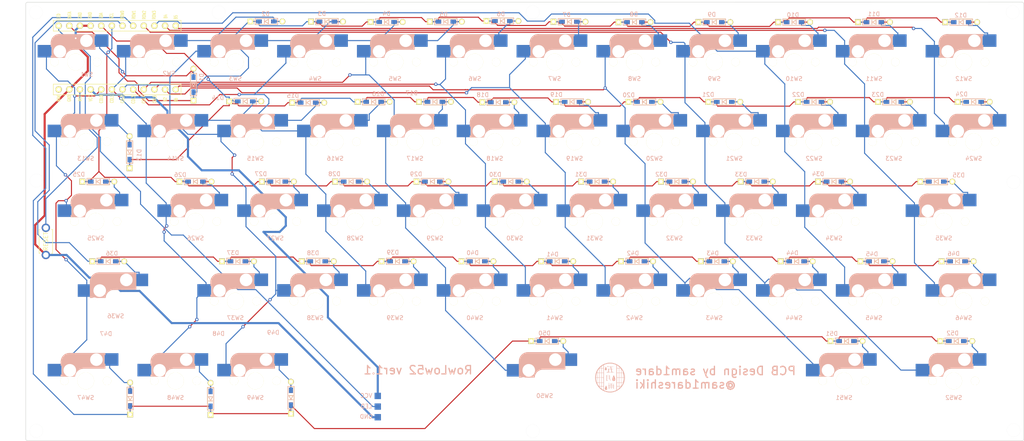
<source format=kicad_pcb>
(kicad_pcb (version 20221018) (generator pcbnew)
  (layers (0 "F.Cu" signal) (31 "B.Cu" signal) (34 "B.Paste" user) (35 "F.Paste" user) (36 "B.SilkS" user "B.Silkscreen") (37 "F.SilkS" user "F.Silkscreen") (38 "B.Mask" user) (39 "F.Mask" user) (44 "Edge.Cuts" user))
  (net 0 "")
  (net 1 "row0")
  (net 2 "Net-(D1-A)")
  (net 3 "Net-(D2-A)")
  (net 4 "Net-(D3-A)")
  (net 5 "Net-(D4-A)")
  (net 6 "Net-(D5-A)")
  (net 7 "Net-(D6-A)")
  (net 8 "Net-(D7-A)")
  (net 9 "Net-(D8-A)")
  (net 10 "Net-(D9-A)")
  (net 11 "Net-(D10-A)")
  (net 12 "Net-(D11-A)")
  (net 13 "Net-(D12-A)")
  (net 14 "row1")
  (net 15 "Net-(D13-A)")
  (net 16 "Net-(D14-A)")
  (net 17 "Net-(D15-A)")
  (net 18 "Net-(D16-A)")
  (net 19 "Net-(D17-A)")
  (net 20 "Net-(D18-A)")
  (net 21 "Net-(D19-A)")
  (net 22 "Net-(D20-A)")
  (net 23 "Net-(D21-A)")
  (net 24 "Net-(D22-A)")
  (net 25 "Net-(D23-A)")
  (net 26 "Net-(D24-A)")
  (net 27 "row2")
  (net 28 "Net-(D25-A)")
  (net 29 "Net-(D26-A)")
  (net 30 "Net-(D27-A)")
  (net 31 "Net-(D28-A)")
  (net 32 "Net-(D29-A)")
  (net 33 "Net-(D30-A)")
  (net 34 "Net-(D31-A)")
  (net 35 "Net-(D32-A)")
  (net 36 "Net-(D33-A)")
  (net 37 "Net-(D34-A)")
  (net 38 "Net-(D35-A)")
  (net 39 "row3")
  (net 40 "Net-(D36-A)")
  (net 41 "Net-(D37-A)")
  (net 42 "Net-(D38-A)")
  (net 43 "Net-(D39-A)")
  (net 44 "Net-(D40-A)")
  (net 45 "Net-(D41-A)")
  (net 46 "Net-(D42-A)")
  (net 47 "Net-(D43-A)")
  (net 48 "Net-(D44-A)")
  (net 49 "Net-(D45-A)")
  (net 50 "Net-(D46-A)")
  (net 51 "row4")
  (net 52 "Net-(D47-A)")
  (net 53 "Net-(D48-A)")
  (net 54 "Net-(D49-A)")
  (net 55 "Net-(D50-A)")
  (net 56 "Net-(D51-A)")
  (net 57 "Net-(D52-A)")
  (net 58 "VCC")
  (net 59 "led")
  (net 60 "GND")
  (net 61 "col0")
  (net 62 "col1")
  (net 63 "col2")
  (net 64 "col3")
  (net 65 "col4")
  (net 66 "col5")
  (net 67 "col6")
  (net 68 "col7")
  (net 69 "col8")
  (net 70 "col9")
  (net 71 "col10")
  (net 72 "col11")
  (net 73 "reset")
  (footprint "kbd_SW:CherryMX_Hotswap_1u" (layer "F.Cu") (at 252.4125 102.3937)
    (fp_text reference "SW23")
    (fp_text value "SW_PUSH" hide)
  )
  (footprint "kbd:D3_TH_SMD" (layer "F.Cu") (at 142.2688 111.9187)
    (fp_text reference "D29" hide)
    (fp_text value "D" hide)
  )
  (footprint "kbd:D3_TH_SMD" (layer "F.Cu") (at 117.1 73.7)
    (fp_text reference "D3" hide)
    (fp_text value "D" hide)
  )
  (footprint "kbd:D3_TH_SMD" (layer "F.Cu") (at 133.9563 130.9687)
    (fp_text reference "D39" hide)
    (fp_text value "D" hide)
  )
  (footprint "kbd_SW:CherryMX_Hotswap_1u" (layer "F.Cu") (at 95.25 83.3437)
    (fp_text reference "SW3")
    (fp_text value "SW_PUSH" hide)
  )
  (footprint "kbd:D3_TH_SMD" (layer "F.Cu") (at 219.6813 111.9187)
    (fp_text reference "D33" hide)
    (fp_text value "D" hide)
  )
  (footprint "kbd:D3_TH_SMD" (layer "F.Cu") (at 158.975 73.55)
    (fp_text reference "D6" hide)
    (fp_text value "D" hide)
  )
  (footprint "kbd_SW:CherryMX_Hotswap_1u" (layer "F.Cu") (at 190.5 83.3437)
    (fp_text reference "SW8")
    (fp_text value "SW_PUSH" hide)
  )
  (footprint "kbd_SW:CherryMX_Hotswap_1u" (layer "F.Cu") (at 133.35 140.4937)
    (fp_text reference "SW39")
    (fp_text value "SW_PUSH" hide)
  )
  (footprint "kbd:D3_TH_SMD" (layer "F.Cu") (at 192.8813 92.8687)
    (fp_text reference "D20" hide)
    (fp_text value "D" hide)
  )
  (footprint "kbd:D3_TH_SMD" (layer "F.Cu") (at 209.55 73.8187)
    (fp_text reference "D9" hide)
    (fp_text value "D" hide)
  )
  (footprint "kbd:D3_TH_SMD" (layer "F.Cu") (at 267.3063 150.0187)
    (fp_text reference "D52" hide)
    (fp_text value "D" hide)
  )
  (footprint "kbd_SW:CherryMX_Hotswap_1u" (layer "F.Cu") (at 200.025 121.4437)
    (fp_text reference "SW32")
    (fp_text value "SW_PUSH" hide)
  )
  (footprint "kbd:D3_TH_SMD" (layer "F.Cu") (at 158 92.95)
    (fp_text reference "D18" hide)
    (fp_text value "D" hide)
  )
  (footprint "kbd:D3_TH_SMD" (layer "F.Cu") (at 89.325 163.825 90)
    (fp_text reference "D48" hide)
    (fp_text value "D" hide)
  )
  (footprint "kbd_SW:CherryMX_Hotswap_1.75u" (layer "F.Cu") (at 264.3188 121.4437)
    (fp_text reference "SW35")
    (fp_text value "SW_PUSH" hide)
  )
  (footprint "kbd:D3_TH_SMD" (layer "F.Cu") (at 114.9063 130.9687)
    (fp_text reference "D38" hide)
    (fp_text value "D" hide)
  )
  (footprint "kbd_SW:CherryMX_Hotswap_1u" (layer "F.Cu") (at 152.4 83.3437)
    (fp_text reference "SW6")
    (fp_text value "SW_PUSH" hide)
  )
  (footprint "kbd:D3_TH_SMD" (layer "F.Cu") (at 271.4625 92.8687)
    (fp_text reference "D24" hide)
    (fp_text value "D" hide)
  )
  (footprint "kbd_SW:CherryMX_Hotswap_1u" (layer "F.Cu") (at 176.2125 102.3937)
    (fp_text reference "SW19")
    (fp_text value "SW_PUSH" hide)
  )
  (footprint "kbd:D3_TH_SMD" (layer "F.Cu") (at 248.2563 130.9687)
    (fp_text reference "D45" hide)
    (fp_text value "D" hide)
  )
  (footprint "kbd_SW:CherryMX_Hotswap_1u" (layer "F.Cu") (at 209.55 140.4937)
    (fp_text reference "SW43")
    (fp_text value "SW_PUSH" hide)
  )
  (footprint "kbd:D3_TH_SMD" (layer "F.Cu") (at 153.0063 130.9687)
    (fp_text reference "D40" hide)
    (fp_text value "D" hide)
  )
  (footprint "kbd_SW:CherryMX_Hotswap_1u" (layer "F.Cu") (at 161.925 121.4437)
    (fp_text reference "SW30")
    (fp_text value "SW_PUSH" hide)
  )
  (footprint "kbd:D3_TH_SMD" (layer "F.Cu") (at 252.4125 92.8687)
    (fp_text reference "D23" hide)
    (fp_text value "D" hide)
  )
  (footprint "kbd_SW:CherryMX_Hotswap_1.25u" (layer "F.Cu") (at 59.5313 102.3937)
    (fp_text reference "SW13")
    (fp_text value "SW_PUSH" hide)
  )
  (footprint "kbd_SW:CherryMX_Hotswap_1u" (layer "F.Cu") (at 123.825 121.4437)
    (fp_text reference "SW28")
    (fp_text value "SW_PUSH" hide)
  )
  (footprint "kbd_Hole:m3_Screw_Hole_EdgeCuts" (layer "F.Cu") (at 47.75 111.65 90)
    (fp_text reference "Ref04" hide)
    (fp_text value "Val**" hide)
    (fp_circle (center 0 0) (end 1.6 0) (stroke (width 0.01)) (fill none) (layer "Edge.Cuts"))
  )
  (footprint "kbd:D3_TH_SMD" (layer "F.Cu") (at 210.1563 130.9687)
    (fp_text reference "D43" hide)
    (fp_text value "D" hide)
  )
  (footprint "kbd_SW:CherryMX_Hotswap_1u" (layer "F.Cu") (at 190.5 140.4937)
    (fp_text reference "SW42")
    (fp_text value "SW_PUSH" hide)
  )
  (footprint "kbd:D3_TH_SMD" (layer "F.Cu") (at 267.6145 130.9687)
    (fp_text reference "D46" hide)
    (fp_text value "D" hide)
  )
  (footprint "kbd_SW:CherryMX_Hotswap_1u" (layer "F.Cu") (at 119.0625 102.3937)
    (fp_text reference "SW16")
    (fp_text value "SW_PUSH" hide)
  )
  (footprint "kbd_SW:CherryMX_Hotswap_1u" (layer "F.Cu") (at 100.0125 102.3937)
    (fp_text reference "SW15")
    (fp_text value "SW_PUSH" hide)
  )
  (footprint "kbd_SW:CherryMX_Hotswap_1u" (layer "F.Cu") (at 171.45 140.4937)
    (fp_text reference "SW41")
    (fp_text value "SW_PUSH" hide)
  )
  (footprint "kbd_SW:CherryMX_Hotswap_1u" (layer "F.Cu") (at 228.6 140.4937)
    (fp_text reference "SW44")
    (fp_text value "SW_PUSH" hide)
  )
  (footprint "kbd_SW:CherryMX_Hotswap_1.25u" (layer "F.Cu") (at 59.5313 159.5437)
    (fp_text reference "SW47")
    (fp_text value "SW_PUSH" hide)
  )
  (footprint "kbd_SW:CherryMX_Hotswap_1u" (layer "F.Cu") (at 114.3 83.3437)
    (fp_text reference "SW4")
    (fp_text value "SW_PUSH" hide)
  )
  (footprint "kbd_SW:CherryMX_Hotswap_1u" (layer "F.Cu") (at 152.4 140.4937)
    (fp_text reference "SW40")
    (fp_text value "SW_PUSH" hide)
  )
  (footprint "kbd_Hole:m3_Screw_Hole_EdgeCuts" (layer "F.Cu") (at 47.725 171.475 90)
    (fp_text reference "Ref06" hide)
    (fp_text value "Val**" hide)
    (fp_circle (center 0 0) (end 1.6 0) (stroke (width 0.01)) (fill none) (layer "Edge.Cuts"))
  )
  (footprint "kbd_SW:CherryMX_Hotswap_6.25u" (layer "F.Cu") (at 169.0688 159.5437)
    (fp_text reference "SW50")
    (fp_text value "SW_PUSH" hide)
  )
  (footprint "kbd_Hole:m3_Screw_Hole_EdgeCuts" (layer "F.Cu") (at 47.625 71.475)
    (fp_text reference "Ref00" hide)
    (fp_text value "Val**" hide)
    (fp_circle (center 0 0) (end 1.6 0) (stroke (width 0.01)) (fill none) (layer "Edge.Cuts"))
  )
  (footprint "kbd_SW:CherryMX_Hotswap_1u" (layer "F.Cu") (at 233.3625 102.3937)
    (fp_text reference "SW22")
    (fp_text value "SW_PUSH" hide)
  )
  (footprint "kbd_SW:CherryMX_Hotswap_1u" (layer "F.Cu") (at 104.775 121.4437)
    (fp_text reference "SW27")
    (fp_text value "SW_PUSH" hide)
  )
  (footprint "kbd:D3_TH_SMD" (layer "F.Cu") (at 122.8725 111.9187)
    (fp_text reference "D28" hide)
    (fp_text value "D" hide)
  )
  (footprint "kbd_SW:CherryMX_Hotswap_1.5u" (layer "F.Cu") (at 266.7 159.5437)
    (fp_text reference "SW52")
    (fp_text value "SW_PUSH" hide)
  )
  (footprint "kbd_SW:CherryMX_Hotswap_1u" (layer "F.Cu") (at 271.4625 102.3937)
    (fp_text reference "SW24")
    (fp_text value "SW_PUSH" hide)
  )
  (footprint "kbd_SW:CherryMX_Hotswap_1u" (layer "F.Cu") (at 95.25 140.4937)
    (fp_text reference "SW37")
    (fp_text value "SW_PUSH" hide)
  )
  (footprint "kbd:D3_TH_SMD" (layer "F.Cu") (at 131.35 73.775)
    (fp_text reference "D4" hide)
    (fp_text value "D" hide)
  )
  (footprint "kbd_Hole:m3_Screw_Hole_EdgeCuts" (layer "F.Cu") (at 91.275 71.475)
    (fp_text reference "Ref01" hide)
    (fp_text value "Val**" hide)
    (fp_circle (center 0 0) (end 1.6 0) (stroke (width 0.01)) (fill none) (layer "Edge.Cuts"))
  )
  (footprint "kbd_SW:CherryMX_Hotswap_1u" (layer "F.Cu") (at 195.2625 102.3937)
    (fp_text reference "SW20")
    (fp_text value "SW_PUSH" hide)
  )
  (footprint "kbd:D3_TH_SMD" (layer "F.Cu") (at 97.6 92.75)
    (fp_text reference "D14" hide)
    (fp_text value "D" hide)
  )
  (footprint "kbd_SW:CherryMX_Hotswap_1u" (layer "F.Cu") (at 76.0563 83.34)
    (fp_text reference "SW2")
    (fp_text value "SW_PUSH" hide)
  )
  (footprint "kbd_Hole:m3_Screw_Hole_EdgeCuts" (layer "F.Cu") (at 280.975 112.05 90)
    (fp_text reference "Ref05" hide)
    (fp_text value "Val**" hide)
    (fp_circle (center 0 0) (end 1.6 0) (stroke (width 0.01)) (fill none) (layer "Edge.Cuts"))
  )
  (footprint "kbd:D3_TH_SMD" (layer "F.Cu") (at 228.6 73.8187)
    (fp_text reference "D10" hide)
    (fp_text value "D" hide)
  )
  (footprint "kbd:D3_TH_SMD" (layer "F.Cu") (at 172.0563 130.9687)
    (fp_text reference "D41" hide)
    (fp_text value "D" hide)
  )
  (footprint "kbd:D3_TH_SMD" (layer "F.Cu") (at 85.25 88.75 90)
    (fp_text reference "D1" hide)
    (fp_text value "D" hide)
  )
  (footprint "kbd_SW:CherryMX_Hotswap_1u" (layer "F.Cu") (at 57.15 83.3437)
    (fp_text reference "SW1")
    (fp_text value "SW_PUSH" hide)
  )
  (footprint "kbd_SW:CherryMX_Hotswap_1.25u" (layer "F.Cu") (at 269.0813 83.3437)
    (fp_text reference "SW12")
    (fp_text value "SW_PUSH" hide)
  )
  (footprint "kbd:D3_TH_SMD" (layer "F.Cu") (at 241.1125 150.0187)
    (fp_text reference "D51" hide)
    (fp_text value "D" hide)
  )
  (footprint "kbd_SW:CherryMX_Hotswap_1u" (layer "F.Cu") (at 100.0125 159.5437)
    (fp_text reference "SW49")
    (fp_text value "SW_PUSH" hide)
  )
  (footprint "kbd:D3_TH_SMD" (layer "F.Cu") (at 238.125 111.9187)
    (fp_text reference "D34" hide)
    (fp_text value "D" hide)
  )
  (footprint "kbd:D3_TH_SMD" (layer "F.Cu") (at 112.625 93.05)
    (fp_text reference "D15" hide)
    (fp_text value "D" hide)
  )
  (footprint "kbd:D3_TH_SMD" (layer "F.Cu") (at 102.65 73.65)
    (fp_text reference "D2" hide)
    (fp_text value "D" hide)
  )
  (footprint "kbd_Hole:m3_Screw_Hole_EdgeCuts" (layer "F.Cu") (at 280.975 171.325 90)
    (fp_text reference "Ref08" hide)
    (fp_text value "Val**" hide)
    (fp_circle (center 0 0) (end 1.6 0) (stroke (width 0.01)) (fill none) (layer "Edge.Cuts"))
  )
  (footprint "kbd:D3_TH_SMD" (layer "F.Cu") (at 105.3813 111.9187)
    (fp_text reference "D27" hide)
    (fp_text value "D" hide)
  )
  (footprint "kbd_SW:CherryMX_Hotswap_1u" (layer "F.Cu") (at 138.1125 102.3937)
    (fp_text reference "SW17")
    (fp_text value "SW_PUSH" hide)
  )
  (footprint "kbd_SW:CherryMX_Hotswap_1u" (layer "F.Cu") (at 214.3125 102.3937)
    (fp_text reference "SW21")
    (fp_text value "SW_PUSH" hide)
  )
  (footprint "kbd:D3_TH_SMD" (layer "F.Cu") (at 62.5188 111.9187)
    (fp_text reference "D25" hide)
    (fp_text value "D" hide)
  )
  (footprint "kbd_SW:CherryMX_Hotswap_1u" (layer "F.Cu") (at 133.35 83.3437)
    (fp_text reference "SW5")
    (fp_text value "SW_PUSH" hide)
  )
  (footprint "kbd:D3_TH_SMD" (layer "F.Cu") (at 268.475 73.8187)
    (fp_text reference "D12" hide)
    (fp_text value "D" hide)
  )
  (footprint "kbd:D3_TH_SMD" (layer "F.Cu") (at 211.9313 92.8687)
    (fp_text reference "D21" hide)
    (fp_text value "D" hide)
  )
  (footprint "kbd:ResetSW_1side" (layer "F.Cu") (at 50.0063 126.2062 90)
    (fp_text reference "SW53" hide)
    (fp_text value "RESET_SWITCH")
  )
  (footprint "kbd_SW:CherryMX_Hotswap_1u" (layer "F.Cu") (at 142.875 121.4437)
    (fp_text reference "SW29")
    (fp_text value "SW_PUSH" hide)
  )
  (footprint "kbd_SW:CherryMX_Hotswap_1u" (layer "F.Cu") (at 85.725 121.4437)
    (fp_text reference "SW26")
    (fp_text value "SW_PUSH" hide)
  )
  (footprint "kbd:D3_TH_SMD" (layer "F.Cu") (at 128.25 92.85)
    (fp_text reference "D16" hide)
    (fp_text value "D" hide)
  )
  (footprint "kbd:D3_TH_SMD" (layer "F.Cu") (at 174.975 73.725)
    (fp_text reference "D7" hide)
    (fp_text value "D" hide)
  )
  (footprint "kbd_SW:CherryMX_Hotswap_1.5u" (layer "F.Cu") (at 61.9125 121.4437)
    (fp_text reference "SW25")
    (fp_text value "SW_PUSH" hide)
  )
  (footprint "kbd_SW:CherryMX_Hotswap_2u" (layer "F.Cu") (at 66.675 140.4937)
    (fp_text reference "SW36")
    (fp_text value "SW_PUSH" hide)
  )
  (footprint "kbd:D3_TH_SMD" (layer "F.Cu") (at 233.3625 92.8687)
    (fp_text reference "D22" hide)
    (fp_text value "D" hide)
  )
  (footprint "kbd:D3_TH_SMD" (layer "F.Cu") (at 64.9 130.9687)
    (fp_text reference "D36" hide)
    (fp_text value "D" hide)
  )
  (footprint "kbd:D3_TH_SMD" (layer "F.Cu") (at 169.675 150.0187)
    (fp_text reference "D50" hide)
    (fp_text value "D" hide)
  )
  (footprint "kbd:D3_TH_SMD" (layer "F.Cu") (at 190.5 73.8187)
    (fp_text reference "D8" hide)
    (fp_text value "D" hide)
  )
  (footprint "kbd_SW:CherryMX_Hotswap_1.25u" (layer "F.Cu") (at 240.5063 159.5437)
    (fp_text reference "SW51")
    (fp_text value "SW_PUSH" hide)
  )
  (footprint "kbd:D3_TH_SMD" (layer "F.Cu") (at 262.5438 111.9187)
    (fp_text reference "D35" hide)
    (fp_text value "D" hide)
  )
  (footprint "kbd:D3_TH_SMD" (layer "F.Cu") (at 247.65 73.8187)
    (fp_text reference "D11" hide)
    (fp_text value "D" hide)
  )
  (footprint "kbd_SW:CherryMX_Hotswap_1u" (layer "F.Cu") (at 171.45 83.3437)
    (fp_text reference "SW7")
    (fp_text value "SW_PUSH" hide)
  )
  (footprint "kbd:D3_TH_SMD" (layer "F.Cu") (at 200.6313 111.9187)
    (fp_text reference "D32" hide)
    (fp_text value "D" hide)
  )
  (footprint "kbd_SW:CherryMX_Hotswap_1u" (layer "F.Cu") (at 157.1625 102.3937)
    (fp_text reference "SW18")
    (fp_text value "SW_PUSH" hide)
  )
  (footprint "kbd_SW:CherryMX_Hotswap_1u" (layer "F.Cu") (at 80.9625 102.3937)
    (fp_text reference "SW14")
    (fp_text value "SW_PUSH" hide)
  )
  (footprint "kbd_SW:CherryMX_Hotswap_1u" (layer "F.Cu") (at 219.075 121.4437)
    (fp_text reference "SW33")
    (fp_text value "SW_PUSH" hide)
  )
  (footprint "kbd:D3_TH_SMD" (layer "F.Cu") (at 85.725 111.9187)
    (fp_text reference "D26" hide)
    (fp_text value "D" hide)
  )
  (footprint "kbd_SW:CherryMX_Hotswap_1u" (layer "F.Cu") (at 80.9625 159.5437)
    (fp_text reference "SW48")
    (fp_text value "SW_PUSH" hide)
  )
  (footprint "kbd:D3_TH_SMD" (layer "F.Cu") (at 142.875 92.85)
    (fp_text reference "D17" hide)
    (fp_text value "D" hide)
  )
  (footprint "kbd:D3_TH_SMD" (layer "F.Cu") (at 175.6063 92.8687)
    (fp_text reference "D19" hide)
    (fp_text value "D" hide)
  )
  (footprint "kbd:D3_TH_SMD" (layer "F.Cu") (at 181.5813 111.9187)
    (fp_text reference "D31" hide)
    (fp_text value "D" hide)
  )
  (footprint "kbd_SW:CherryMX_Hotswap_1u" (layer "F.Cu") (at 247.65 83.3437)
    (fp_text reference "SW11")
    (fp_text value "SW_PUSH" hide)
  )
  (footprint "kbd_SW:CherryMX_Hotswap_1u" (layer "F.Cu") (at 238.125 121.4437)
    (fp_text reference "SW34")
    (fp_text value "SW_PUSH" hide)
  )
  (footprint "kbd:D3_TH_SMD" (layer "F.Cu") (at 108.5 163.55 90)
    (fp_text reference "D49" hide)
    (fp_text value "D" hide)
  )
  (footprint "kbd_SW:CherryMX_Hotswap_1u" (layer "F.Cu") (at 247.65 140.4937)
    (fp_text reference "SW45")
    (fp_text value "SW_PUSH" hide)
  )
  (footprint "kbd:D3_TH_SMD" (layer "F.Cu") (at 70.125 163.75 90)
    (fp_text reference "D47" hide)
    (fp_text value "D" hide)
  )
  (footprint "kbd_SW:CherryMX_Hotswap_1u" (layer "F.Cu") (at 114.3 140.4937)
    (fp_text reference "SW38")
    (fp_text value "SW_PUSH" hide)
  )
  (footprint "kbd_Hole:m3_Screw_Hole_EdgeCuts" (layer "F.Cu") (at 166.225 171.525 90)
    (fp_text reference "Ref07" hide)
    (fp_text value "Val**" hide)
    (fp_circle (center 0 0) (end 1.6 0) (stroke (width 0.01)) (fill none) (layer "Edge.Cuts"))
  )
  (footprint "kbd_SW:CherryMX_Hotswap_1.25u" (layer "F.Cu") (at 269.0813 140.4937)
    (fp_text reference "SW46")
    (fp_text value "SW_PUSH" hide)
  )
  (footprint "kbd:D3_TH_SMD" (layer "F.Cu") (at 191.1063 130.9687)
    (fp_text reference "D42" hide)
    (fp_text value "D" hide)
  )
  (footprint "kbd_SW:CherryMX_Hotswap_1u" (layer "F.Cu") (at 209.55 83.3437)
    (fp_text reference "SW9")
    (fp_text value "SW_PUSH" hide)
  )
  (footprint "kbd_Hole:m3_Screw_Hole_EdgeCuts" (layer "F.Cu") (at 280.775 71.425 90)
    (fp_text reference "Ref03" hide)
    (fp_text value "Val**" hide)
    (fp_circle (center 0 0) (end 1.6 0) (stroke (width 0.01)) (fill none) (layer "Edge.Cuts"))
  )
  (footprint "kbd:D3_TH_SMD" (layer "F.Cu") (at 229.2063 130.9687)
    (fp_text reference "D44" hide)
    (fp_text value "D" hide)
  )
  (footprint "kbd_SW:CherryMX_Hotswap_1u" (layer "F.Cu") (at 228.6 83.3437)
    (fp_text reference "SW10")
    (fp_text value "SW_PUSH" hide)
  )
  (footprint "kbd:D3_TH_SMD" (layer "F.Cu") (at 145.475 73.7)
    (fp_text reference "D5" hide)
    (fp_text value "D" hide)
  )
  (footprint "kbd_SW:CherryMX_Hotswap_1u" (layer "F.Cu") (at 180.975 121.4437)
    (fp_text reference "SW31")
    (fp_text value "SW_PUSH" hide)
  )
  (footprint "kbd:ProMicro_v2_1side" (layer "F.Cu") (at 67.543 82.3386 90)
    (fp_text reference "U1" hide)
    (fp_text value "ProMicro" hide)
  )
  (footprint "kbd_Hole:m3_Screw_Hole_EdgeCuts" (layer "F.Cu") (at 166.225 71.425 90)
    (fp_text reference "Ref02" hide)
    (fp_text value "Val**" hide)
    (fp_circle (center 0 0) (end 1.6 0) (stroke (width 0.01)) (fill none) (layer "Edge.Cuts"))
  )
  (footprint "kbd:D3_TH_SMD" (layer "F.Cu") (at 95.8563 130.9687)
    (fp_text reference "D37" hide)
    (fp_text value "D" hide)
  )
  (footprint "kbd:D3_TH_SMD" (layer "F.Cu") (at 160.9725 111.9187)
    (fp_text reference "D30" hide)
    (fp_text value "D" hide)
  )
  (footprint "kbd:D3_TH_SMD" (layer "F.Cu") (at 70 104.875 90)
    (fp_text reference "D13" hide)
    (fp_text value "D" hide)
  )
  (footprint "SamacSys_Parts:sam1dare_logo" (layer "B.Cu") (at 184.625 158.725 180)
    (fp_text reference "G***" hide)
    (fp_text value "LOGO" hide)
  )
  (footprint "kbd:StripLED_1side" (layer "B.Cu") (at 129.225 168.215)
    (fp_text reference "J1L1" hide)
    (fp_text value "Conn_01x03" hide)
  )
  (gr_arc (start 283.392157 173.442158) (mid 283.275 173.725) (end 282.992157 173.842158) (stroke (width 0.1)) (layer "Edge.Cuts"))
  (gr_arc (start 45.625 173.83125) (mid 45.342158 173.714093) (end 45.225002 173.431251) (stroke (width 0.1)) (layer "Edge.Cuts"))
  (gr_arc (start 45.225 69.45625) (mid 45.342157 69.173408) (end 45.625 69.05625) (stroke (width 0.1)) (layer "Edge.Cuts"))
  (gr_arc (start 282.975 69.025) (mid 283.257842 69.142157) (end 283.374998 69.425) (stroke (width 0.1)) (layer "Edge.Cuts"))
  (gr_line (start 283.374998 69.425) (end 283.392157 173.442158) (stroke (width 0.1)) (layer "Edge.Cuts"))
  (gr_line (start 45.625 69.05625) (end 282.975 69.025) (stroke (width 0.1)) (layer "Edge.Cuts"))
  (gr_line (start 282.992157 173.842158) (end 45.625 173.83125) (stroke (width 0.1)) (layer "Edge.Cuts"))
  (gr_line (start 45.225 172.625) (end 45.225002 173.431251) (stroke (width 0.1)) (layer "Edge.Cuts"))
  (gr_line (start 45.225 69.45625) (end 45.225 172.625) (stroke (width 0.1)) (layer "Edge.Cuts"))
  (gr_text "D39" (at 134.375 129.425) (layer "B.SilkS") (effects (font (size 1 1)) (justify left bottom mirror)))
  (gr_text "D8" (at 191.425 72.525) (layer "B.SilkS") (effects (font (size 1 1)) (justify left bottom mirror)))
  (gr_text "D14" (at 92.625 92.475) (layer "B.SilkS") (effects (font (size 1 1)) (justify left bottom mirror)))
  (gr_text "D12" (at 269.925 72.775) (layer "B.SilkS") (effects (font (size 1 1)) (justify left bottom mirror)))
  (gr_text "D28" (at 120.425 110.675) (layer "B.SilkS") (effects (font (size 1 1)) (justify left bottom mirror)))
  (gr_text "D15" (at 110.525 91.975) (layer "B.SilkS") (effects (font (size 1 1)) (justify left bottom mirror)))
  (gr_text "D20" (at 190.675 91.825) (layer "B.SilkS") (effects (font (size 1 1)) (justify left bottom mirror)))
  (gr_text "D26" (at 83.625 110.875) (layer "B.SilkS") (effects (font (size 1 1)) (justify left bottom mirror)))
  (gr_text "D6" (at 159.675 72.475) (layer "B.SilkS") (effects (font (size 1 1)) (justify left bottom mirror)))
  (gr_text "D38" (at 115.325 129.575) (layer "B.SilkS") (effects (font (size 1 1)) (justify left bottom mirror)))
  (gr_text "D27" (at 102.875 110.675) (layer "B.SilkS") (effects (font (size 1 1)) (justify left bottom mirror)))
  (gr_text "D23" (at 250.125 91.725) (layer "B.SilkS") (effects (font (size 1 1)) (justify left bottom mirror)))
  (gr_text "D30" (at 158.825 110.825) (layer "B.SilkS") (effects (font (size 1 1)) (justify left bottom mirror)))
  (gr_text "D45" (at 248.725 129.825) (layer "B.SilkS") (effects (font (size 1 1)) (justify left bottom mirror)))
  (gr_text "D2" (at 103.525 72.425) (layer "B.SilkS") (effects (font (size 1 1)) (justify left bottom mirror)))
  (gr_text "D29" (at 139.925 110.725) (layer "B.SilkS") (effects (font (size 1 1)) (justify left bottom mirror)))
  (gr_text "D4" (at 132.375 72.375) (layer "B.SilkS") (effects (font (size 1 1)) (justify left bottom mirror)))
  (gr_text "D21" (at 209.625 91.725) (layer "B.SilkS") (effects (font (size 1 1)) (justify left bottom mirror)))
  (gr_text "D42" (at 191.675 129.625) (layer "B.SilkS") (effects (font (size 1 1)) (justify left bottom mirror)))
  (gr_text "D18" (at 155.825 91.775) (layer "B.SilkS") (effects (font (size 1 1)) (justify left bottom mirror)))
  (gr_text "D10" (at 229.875 72.675) (layer "B.SilkS") (effects (font (size 1 1)) (justify left bottom mirror)))
  (gr_text "D9" (at 210.025 72.575) (layer "B.SilkS") (effects (font (size 1 1)) (justify left bottom mirror)))
  (gr_text "D24" (at 270.125 91.625) (layer "B.SilkS") (effects (font (size 1 1)) (justify left bottom mirror)))
  (gr_text "D49" (at 105.825 148.575) (layer "B.SilkS") (effects (font (size 1 1)) (justify left bottom mirror)))
  (gr_text "D17" (at 138.875 91.325) (layer "B.SilkS") (effects (font (size 1 1)) (justify left bottom mirror)))
  (gr_text "D36" (at 67.325 129.675) (layer "B.SilkS") (effects (font (size 1 1)) (justify left bottom mirror)))
  (gr_text "D46" (at 268.225 129.725) (layer "B.SilkS") (effects (font (size 1 1)) (justify left bottom mirror)))
  (gr_text "D43" (at 210.725 129.625) (layer "B.SilkS") (effects (font (size 1 1)) (justify left bottom mirror)))
  (gr_text "D47" (at 65.925 148.875) (layer "B.SilkS") (effects (font (size 1 1)) (justify left bottom mirror)))
  (gr_text "D40" (at 153.425 129.525) (layer "B.SilkS") (effects (font (size 1 1)) (justify left bottom mirror)))
  (gr_text "D22" (at 231.125 91.725) (layer "B.SilkS") (effects (font (size 1 1)) (justify left bottom mirror)))
  (gr_text "D48" (at 92.775 148.825) (layer "B.SilkS") (effects (font (size 1 1)) (justify left bottom mirror)))
  (gr_text "D51" (at 239.125 148.825) (layer "B.SilkS") (effects (font (size 1 1)) (justify left bottom mirror)))
  (gr_text "D3" (at 116.975 72.375) (layer "B.SilkS") (effects (font (size 1 1)) (justify left bottom mirror)))
  (gr_text "D25" (at 59.425 110.775) (layer "B.SilkS") (effects (font (size 1 1)) (justify left bottom mirror)))
  (gr_text "D33" (at 217.475 110.775) (layer "B.SilkS") (effects (font (size 1 1)) (justify left bottom mirror)))
  (gr_text "RowLow52 ver1.1" (at 152.025 158.125) (layer "B.SilkS") (effects (font (size 2 2) (thickness 0.3)) (justify left bottom mirror)))
  (gr_text "D5" (at 146.025 72.575) (layer "B.SilkS") (effects (font (size 1 1)) (justify left bottom mirror)))
  (gr_text "D7" (at 175.375 72.625) (layer "B.SilkS") (effects (font (size 1 1)) (justify left bottom mirror)))
  (gr_text "D1" (at 87.775 85.925 90) (layer "B.SilkS") (effects (font (size 1 1)) (justify left bottom mirror)))
  (gr_text "D32" (at 198.475 110.775) (layer "B.SilkS") (effects (font (size 1 1)) (justify left bottom mirror)))
  (gr_text "D31" (at 179.275 110.775) (layer "B.SilkS") (effects (font (size 1 1)) (justify left bottom mirror)))
  (gr_text "D19" (at 173.425 91.725) (layer "B.SilkS") (effects (font (size 1 1)) (justify left bottom mirror)))
  (gr_text "D37" (at 96.225 129.525) (layer "B.SilkS") (effects (font (size 1 1)) (justify left bottom mirror)))
  (gr_text "D35" (at 269.425 110.975) (layer "B.SilkS") (effects (font (size 1 1)) (justify left bottom mirror)))
  (gr_text "D44" (at 229.725 129.575) (layer "B.SilkS") (effects (font (size 1 1)) (justify left bottom mirror)))
  (gr_text "D13" (at 72.875 104.025 90) (layer "B.SilkS") (effects (font (size 1 1)) (justify left bottom mirror)))
  (gr_text "D41" (at 172.475 129.875) (layer "B.SilkS") (effects (font (size 1 1)) (justify left bottom mirror)))
  (gr_text "D52" (at 267.975 148.725) (layer "B.SilkS") (effects (font (size 1 1)) (justify left bottom mirror)))
  (gr_text "D34" (at 235.875 110.675) (layer "B.SilkS") (effects (font (size 1 1)) (justify left bottom mirror)))
  (gr_text "D11" (at 249.175 72.475) (layer "B.SilkS") (effects (font (size 1 1)) (justify left bottom mirror)))
  (gr_text "D50" (at 170.575 148.725) (layer "B.SilkS") (effects (font (size 1 1)) (justify left bottom mirror)))
  (gr_text "PCB Design by sam1dare\n@sam1dareshiki" (at 190.425 161.525) (layer "B.SilkS") (effects (font (size 2 2) (thickness 0.3)) (justify right bottom mirror)))
  (gr_text "D16" (at 130.875 91.525) (layer "B.SilkS") (effects (font (size 1 1)) (justify left bottom mirror)))
  (segment (start 157.2 73.95) (end 157.8663 74.6163) (width 0.25) (layer "F.Cu") (net 1))
  (segment (start 206.2518 73.8187) (end 205.74 73.8187) (width 0.25) (layer "F.Cu") (net 1))
  (segment (start 72.115 90.183) (end 74.492 92.56) (width 0.25) (layer "F.Cu") (net 1))
  (segment (start 172.1886 73.725) (end 172.5886 74.125) (width 0.25) (layer "F.Cu") (net 1))
  (segment (start 125.5096 74.7818) (end 126.5164 73.775) (width 0.25) (layer "F.Cu") (net 1))
  (segment (start 205.74 73.8187) (end 204.7164 73.8187) (width 0.25) (layer "F.Cu") (net 1))
  (segment (start 155.165 73.55) (end 154.1414 73.55) (width 0.25) (layer "F.Cu") (net 1))
  (segment (start 206.7636 73.8187) (end 207.1636 74.2187) (width 0.25) (layer "F.Cu") (net 1))
  (segment (start 127.54 73.775) (end 129.575 73.775) (width 0.25) (layer "F.Cu") (net 1))
  (segment (start 171.165 73.725) (end 170.1414 73.725) (width 0.25) (layer "F.Cu") (net 1))
  (segment (start 129.575 72.9749) (end 129.8267 72.7232) (width 0.25) (layer "F.Cu") (net 1))
  (segment (start 225.3018 73.8187) (end 224.79 73.8187) (width 0.25) (layer "F.Cu") (net 1))
  (segment (start 55.605 74.6822) (end 57.1053 76.1825) (width 0.25) (layer "F.Cu") (net 1))
  (segment (start 184.7002 74.7849) (end 185.6664 73.8187) (width 0.25) (layer "F.Cu") (net 1))
  (segment (start 188.9485 74.8423) (end 203.6928 74.8423) (width 0.25) (layer "F.Cu") (net 1))
  (segment (start 115.325 74.1) (end 116.0068 74.7818) (width 0.25) (layer "F.Cu") (net 1))
  (segment (start 156.5886 73.95) (end 157.2 73.95) (width 0.25) (layer "F.Cu") (net 1))
  (segment (start 207.1636 74.2187) (end 207.775 74.2187) (width 0.25) (layer "F.Cu") (net 1))
  (segment (start 264.665 73.8187) (end 263.6414 73.8187) (width 0.25) (layer "F.Cu") (net 1))
  (segment (start 114.3136 73.7) (end 114.7136 74.1) (width 0.25) (layer "F.Cu") (net 1))
  (segment (start 207.775 73.8187) (end 207.775 74.2187) (width 0.25) (layer "F.Cu") (net 1))
  (segment (start 203.6928 74.8423) (end 204.7164 73.8187) (width 0.25) (layer "F.Cu") (net 1))
  (segment (start 206.2518 73.8187) (end 206.7636 73.8187) (width 0.25) (layer "F.Cu") (net 1))
  (segment (start 243.84 73.8187) (end 242.8164 73.8187) (width 0.25) (layer "F.Cu") (net 1))
  (segment (start 245.875 73.0186) (end 246.0985 72.7951) (width 0.25) (layer "F.Cu") (net 1))
  (segment (start 241.7928 72.7951) (end 242.8164 73.8187) (width 0.25) (layer "F.Cu") (net 1))
  (segment (start 226.825 73.4186) (end 227.4485 72.7951) (width 0.25) (layer "F.Cu") (net 1))
  (segment (start 61.0762 76.1825) (end 67.4694 82.5757) (width 0.25) (layer "F.Cu") (net 1))
  (segment (start 169.2501 74.6163) (end 170.1414 73.725) (width 0.25) (layer "F.Cu") (net 1))
  (segment (start 74.492 92.56) (end 85.25 92.56) (width 0.25) (layer "F.Cu") (net 1))
  (segment (start 69.4819 87.9107) (end 71.2107 87.9107) (width 0.25) (layer "F.Cu") (net 1))
  (segment (start 98.84 73.65) (end 100.875 73.65) (width 0.25) (layer "F.Cu") (net 1))
  (segment (start 141.665 73.7) (end 140.6414 73.7) (width 0.25) (layer "F.Cu") (net 1))
  (segment (start 143.9558 72.6441) (end 153.2355 72.6441) (width 0.25) (layer "F.Cu") (net 1))
  (segment (start 225.8136 73.8187) (end 226.2137 73.4186) (width 0.25) (layer "F.Cu") (net 1))
  (segment (start 172.5886 74.125) (end 173.2 74.125) (width 0.25) (layer "F.Cu") (net 1))
  (segment (start 245.875 73.8187) (end 245.875 73.0186) (width 0.25) (layer "F.Cu") (net 1))
  (segment (start 225.3018 73.8187) (end 225.8136 73.8187) (width 0.25) (layer "F.Cu") (net 1))
  (segment (start 129.8267 72.7232) (end 139.6646 72.7232) (width 0.25) (layer "F.Cu") (net 1))
  (segment (start 246.0985 72.7951) (end 262.6178 72.7951) (width 0.25) (layer "F.Cu") (net 1))
  (segment (start 127.54 73.775) (end 126.5164 73.775) (width 0.25) (layer "F.Cu") (net 1))
  (segment (start 141.665 73.7) (end 143.7 73.7) (width 0.25) (layer "F.Cu") (net 1))
  (segment (start 113.29 73.7) (end 114.3136 73.7) (width 0.25) (layer "F.Cu") (net 1))
  (segment (start 186.69 73.8187) (end 188.725 73.8187) (width 0.25) (layer "F.Cu") (net 1))
  (segment (start 173.8599 74.7849) (end 184.7002 74.7849) (width 0.25) (layer "F.Cu") (net 1))
  (segment (start 139.6646 72.7232) (end 140.6414 73.7) (width 0.25) (layer "F.Cu") (net 1))
  (segment (start 173.2 74.125) (end 173.8599 74.7849) (width 0.25) (layer "F.Cu") (net 1))
  (segment (start 153.2355 72.6441) (end 154.1414 73.55) (width 0.25) (layer "F.Cu") (net 1))
  (segment (start 72.115 88.815) (end 72.115 90.183) (width 0.25) (layer "F.Cu") (net 1))
  (segment (start 208.3986 74.8423) (end 222.7428 74.8423) (width 0.25) (layer "F.Cu") (net 1))
  (segment (start 243.84 73.8187) (end 245.875 73.8187) (width 0.25) (layer "F.Cu") (net 1))
  (segment (start 71.2107 87.9107) (end 72.115 88.815) (width 0.25) (layer "F.Cu") (net 1))
  (segment (start 115.325 73.7) (end 115.325 74.1) (width 0.25) (layer "F.Cu") (net 1))
  (segment (start 222.7428 74.8423) (end 223.7664 73.8187) (width 0.25) (layer "F.Cu") (net 1))
  (segment (start 129.575 73.775) (end 129.575 72.9749) (width 0.25) (layer "F.Cu") (net 1))
  (segment (start 186.69 73.8187) (end 185.6664 73.8187) (width 0.25) (layer "F.Cu") (net 1))
  (segment (start 116.0068 74.7818) (end 125.5096 74.7818) (width 0.25) (layer "F.Cu") (net 1))
  (segment (start 143.7 72.8999) (end 143.9558 72.6441) (width 0.25) (layer "F.Cu") (net 1))
  (segment (start 188.725 73.8187) (end 188.725 74.6188) (width 0.25) (layer "F.Cu") (net 1))
  (segment (start 262.6178 72.7951) (end 263.6414 73.8187) (width 0.25) (layer "F.Cu") (net 1))
  (segment (start 155.165 73.55) (end 156.1886 73.55) (width 0.25) (layer "F.Cu") (net 1))
  (segment (start 227.4485 72.7951) (end 241.7928 72.7951) (width 0.25) (layer "F.Cu") (net 1))
  (segment (start 207.775 74.2187) (end 208.3986 74.8423) (width 0.25) (layer "F.Cu") (net 1))
  (segment (start 157.8663 74.6163) (end 169.2501 74.6163) (width 0.25) (layer "F.Cu") (net 1))
  (segment (start 226.825 73.8187) (end 226.825 73.4186) (width 0.25) (layer "F.Cu") (net 1))
  (segment (start 224.79 73.8187) (end 223.7664 73.8187) (width 0.25) (layer "F.Cu") (net 1))
  (segment (start 156.1886 73.55) (end 156.5886 73.95) (width 0.25) (layer "F.Cu") (net 1))
  (segment (start 188.725 74.6188) (end 188.9485 74.8423) (width 0.25) (layer "F.Cu") (net 1))
  (segment (start 67.4694 85.8982) (end 69.4819 87.9107) (width 0.25) (layer "F.Cu") (net 1))
  (segment (start 266.7 73.8187) (end 264.665 73.8187) (width 0.25) (layer "F.Cu") (net 1))
  (segment (start 114.7136 74.1) (end 115.325 74.1) (width 0.25) (layer "F.Cu") (net 1))
  (segment (start 157.2 73.55) (end 157.2 73.95) (width 0.25) (layer "F.Cu") (net 1))
  (segment (start 67.4694 82.5757) (end 67.4694 85.8982) (width 0.25) (layer "F.Cu") (net 1))
  (segment (start 85.25 92.56) (end 85.25 90.525) (width 0.25) (layer "F.Cu") (net 1))
  (segment (start 143.7 73.7) (end 143.7 72.8999) (width 0.25) (layer "F.Cu") (net 1))
  (segment (start 226.2137 73.4186) (end 226.825 73.4186) (width 0.25) (layer "F.Cu") (net 1))
  (segment (start 171.165 73.725) (end 172.1886 73.725) (width 0.25) (layer "F.Cu") (net 1))
  (segment (start 57.1053 76.1825) (end 61.0762 76.1825) (width 0.25) (layer "F.Cu") (net 1))
  (segment (start 173.2 73.725) (end 173.2 74.125) (width 0.25) (layer "F.Cu") (net 1))
  (segment (start 226.825 73.8187) (end 224.79 73.8187) (width 0.25) (layer "B.Cu") (net 1))
  (segment (start 88.4126 86.7072) (end 96.4428 86.7072) (width 0.25) (layer "B.Cu") (net 1))
  (segment (start 245.875 73.8187) (end 243.84 73.8187) (width 0.25) (layer "B.Cu") (net 1))
  (segment (start 98.84 73.65) (end 100.875 73.65) (width 0.25) (layer "B.Cu") (net 1))
  (segment (start 157.2 73.55) (end 155.165 73.55) (width 0.25) (layer "B.Cu") (net 1))
  (segment (start 188.725 73.8187) (end 186.69 73.8187) (width 0.25) (layer "B.Cu") (net 1))
  (segment (start 96.4428 86.7072) (end 98.375 84.775) (width 0.25) (layer "B.Cu") (net 1))
  (segment (start 129.575 73.775) (end 127.54 73.775) (width 0.25) (layer "B.Cu") (net 1))
  (segment (start 101.1206 74.6957) (end 111.2707 74.6957) (width 0.25) (layer "B.Cu") (net 1))
  (segment (start 111.2707 74.6957) (end 112.2664 73.7) (width 0.25) (layer "B.Cu") (net 1))
  (segment (start 98.45 73.65) (end 98.84 73.65) (width 0.25) (layer "B.Cu") (net 1))
  (segment (start 207.775 73.8187) (end 205.74 73.8187) (width 0.25) (layer "B.Cu") (net 1))
  (segment (start 94.6599 77.4401) (end 98.45 73.65) (width 0.25) (layer "B.Cu") (net 1))
  (segment (start 98.375 84.775) (end 98.375 82.225) (width 0.25) (layer "B.Cu") (net 1))
  (segment (start 94.6599 78.5099) (end 94.6599 77.4401) (width 0.25) (layer "B.Cu") (net 1))
  (segment (start 85.25 90.525) (end 85.25 91.5364) (width 0.25) (layer "B.Cu") (net 1))
  (segment (start 173.2 73.725) (end 171.165 73.725) (width 0.25) (layer "B.Cu") (net 1))
  (segment (start 85.25 92.56) (end 85.25 91.5364) (width 0.25) (layer "B.Cu") (net 1))
  (segment (start 113.29 73.7) (end 112.2664 73.7) (width 0.25) (layer "B.Cu") (net 1))
  (segment (start 98.375 82.225) (end 94.6599 78.5099) (width 0.25) (layer "B.Cu") (net 1))
  (segment (start 86.0502 90.525) (end 86.0502 89.0696) (width 0.25) (layer "B.Cu") (net 1))
  (segment (start 85.25 90.525) (end 86.0502 90.525) (width 0.25) (layer "B.Cu") (net 1))
  (segment (start 100.875 73.65) (end 100.875 74.4501) (width 0.25) (layer "B.Cu") (net 1))
  (segment (start 115.325 73.7) (end 113.29 73.7) (width 0.25) (layer "B.Cu") (net 1))
  (segment (start 143.7 73.7) (end 141.665 73.7) (width 0.25) (layer "B.Cu") (net 1))
  (segment (start 100.875 74.4501) (end 101.1206 74.6957) (width 0.25) (layer "B.Cu") (net 1))
  (segment (start 266.7 73.8187) (end 264.665 73.8187) (width 0.25) (layer "B.Cu") (net 1))
  (segment (start 86.0502 89.0696) (end 88.4126 86.7072) (width 0.25) (layer "B.Cu") (net 1))
  (segment (start 84.735 85.4849) (end 85.25 85.9999) (width 0.25) (layer "F.Cu") (net 2))
  (segment (start 85.25 86.975) (end 85.25 85.9999) (width 0.25) (layer "F.Cu") (net 2))
  (segment (start 84.735 85.455) (end 84.735 85.4849) (width 0.25) (layer "F.Cu") (net 2))
  (segment (start 83.5949 86.625) (end 69.25 86.625) (width 0.25) (layer "F.Cu") (net 2))
  (segment (start 84.735 85.4849) (end 83.5949 86.625) (width 0.25) (layer "F.Cu") (net 2))
  (segment (start 85.25 84.94) (end 84.735 85.455) (width 0.25) (layer "F.Cu") (net 2))
  (segment (start 69.25 86.625) (end 68.3016 85.6766) (width 0.25) (layer "F.Cu") (net 2))
  (via (at 68.3016 85.6766) (size 0.8) (drill 0.4) (layers "F.Cu" "B.Cu") (net 2))
  (segment (start 62.85 78.2237) (end 62.85 80.0488) (width 0.25) (layer "B.Cu") (net 2))
  (segment (start 85.25 84.94) (end 85.25 86.975) (width 0.25) (layer "B.Cu") (net 2))
  (segment (start 68.3016 85.5004) (end 68.3016 85.6766) (width 0.25) (layer "B.Cu") (net 2))
  (segment (start 62.85 80.0488) (end 68.3016 85.5004) (width 0.25) (layer "B.Cu") (net 2))
  (segment (start 106.46 73.65) (end 104.425 73.65) (width 0.25) (layer "F.Cu") (net 3))
  (segment (start 95.3752 72.6264) (end 89.7816 78.22) (width 0.25) (layer "B.Cu") (net 3))
  (segment (start 104.2015 72.6264) (end 95.3752 72.6264) (width 0.25) (layer "B.Cu") (net 3))
  (segment (start 81.7563 78.22) (end 84.1814 78.22) (width 0.25) (layer "B.Cu") (net 3))
  (segment (start 104.425 72.8499) (end 104.2015 72.6264) (width 0.25) (layer "B.Cu") (net 3))
  (segment (start 89.7816 78.22) (end 84.1814 78.22) (width 0.25) (layer "B.Cu") (net 3))
  (segment (start 106.46 73.65) (end 104.425 73.65) (width 0.25) (layer "B.Cu") (net 3))
  (segment (start 104.425 73.65) (end 104.425 72.8499) (width 0.25) (layer "B.Cu") (net 3))
  (segment (start 120.91 73.7) (end 118.875 73.7) (width 0.25) (layer "F.Cu") (net 4))
  (segment (start 118.875 73.7) (end 117.85 73.7) (width 0.25) (layer "B.Cu") (net 4))
  (segment (start 118.875 73.7) (end 120.91 73.7) (width 0.25) (layer "B.Cu") (net 4))
  (segment (start 113.3263 78.2237) (end 100.95 78.2237) (width 0.25) (layer "B.Cu") (net 4))
  (segment (start 117.85 73.7) (end 113.3263 78.2237) (width 0.25) (layer "B.Cu") (net 4))
  (segment (start 135.16 73.775) (end 133.125 73.775) (width 0.25) (layer "F.Cu") (net 5))
  (segment (start 133.125 74.5751) (end 129.4764 78.2237) (width 0.25) (layer "B.Cu") (net 5))
  (segment (start 129.4764 78.2237) (end 120 78.2237) (width 0.25) (layer "B.Cu") (net 5))
  (segment (start 133.125 73.775) (end 135.16 73.775) (width 0.25) (layer "B.Cu") (net 5))
  (segment (start 133.125 73.775) (end 133.125 74.5751) (width 0.25) (layer "B.Cu") (net 5))
  (segment (start 149.285 73.7) (end 147.25 73.7) (width 0.25) (layer "F.Cu") (net 6))
  (segment (start 139.0513 78.225) (end 139.05 78.2237) (width 0.25) (layer "B.Cu") (net 6))
  (segment (start 147.25 73.7) (end 149.285 73.7) (width 0.25) (layer "B.Cu") (net 6))
  (segment (start 147.25 73.7) (end 147.25 74.5001) (width 0.25) (layer "B.Cu") (net 6))
  (segment (start 143.5251 78.225) (end 139.0513 78.225) (width 0.25) (layer "B.Cu") (net 6))
  (segment (start 147.25 74.5001) (end 143.5251 78.225) (width 0.25) (layer "B.Cu") (net 6))
  (segment (start 162.785 73.55) (end 160.75 73.55) (width 0.25) (layer "F.Cu") (net 7))
  (segment (start 160.75 73.55) (end 162.785 73.55) (width 0.25) (layer "B.Cu") (net 7))
  (segment (start 160.1485 74.3501) (end 158.1 76.3986) (width 0.25) (layer "B.Cu") (net 7))
  (segment (start 160.75 73.55) (end 160.75 74.3501) (width 0.25) (layer "B.Cu") (net 7))
  (segment (start 158.1 78.2237) (end 158.1 76.3986) (width 0.25) (layer "B.Cu") (net 7))
  (segment (start 160.75 74.3501) (end 160.1485 74.3501) (width 0.25) (layer "B.Cu") (net 7))
  (segment (start 178.785 73.725) (end 176.75 73.725) (width 0.25) (layer "F.Cu") (net 8))
  (segment (start 177.15 78.2237) (end 177.15 76.3986) (width 0.25) (layer "B.Cu") (net 8))
  (segment (start 177.15 73.725) (end 178.785 73.725) (width 0.25) (layer "B.Cu") (net 8))
  (segment (start 177.15 73.725) (end 177.15 76.3986) (width 0.25) (layer "B.Cu") (net 8))
  (segment (start 176.75 73.725) (end 177.15 73.725) (width 0.25) (layer "B.Cu") (net 8))
  (segment (start 194.31 73.8187) (end 192.275 73.8187) (width 0.25) (layer "F.Cu") (net 9))
  (segment (start 194.31 74.6188) (end 196.0898 76.3986) (width 0.25) (layer "B.Cu") (net 9))
  (segment (start 194.31 73.8187) (end 194.31 74.6188) (width 0.25) (layer "B.Cu") (net 9))
  (segment (start 192.275 73.8187) (end 192.275 74.6188) (width 0.25) (layer "B.Cu") (net 9))
  (segment (start 196.2 78.2237) (end 196.2 76.3986) (width 0.25) (layer "B.Cu") (net 9))
  (segment (start 194.31 74.6188) (end 192.275 74.6188) (width 0.25) (layer "B.Cu") (net 9))
  (segment (start 196.0898 76.3986) (end 196.2 76.3986) (width 0.25) (layer "B.Cu") (net 9))
  (segment (start 213.36 73.8187) (end 211.325 73.8187) (width 0.25) (layer "F.Cu") (net 10))
  (segment (start 213.36 74.5086) (end 215.25 76.3986) (width 0.25) (layer "B.Cu") (net 10))
  (segment (start 215.25 78.2237) (end 215.25 76.3986) (width 0.25) (layer "B.Cu") (net 10))
  (segment (start 211.325 73.8187) (end 212.3001 73.8187) (width 0.25) (layer "B.Cu") (net 10))
  (segment (start 213.36 73.8187) (end 213.36 74.5086) (width 0.25) (layer "B.Cu") (net 10))
  (segment (start 213.36 73.8187) (end 212.3001 73.8187) (width 0.25) (layer "B.Cu") (net 10))
  (segment (start 232.41 73.8187) (end 230.375 73.8187) (width 0.25) (layer "F.Cu") (net 11))
  (segment (start 234.1898 76.3986) (end 234.3 76.3986) (width 0.25) (layer "B.Cu") (net 11))
  (segment (start 232.41 73.8187) (end 232.41 74.6188) (width 0.25) (layer "B.Cu") (net 11))
  (segment (start 230.375 73.8187) (end 230.375 74.6188) (width 0.25) (layer "B.Cu") (net 11))
  (segment (start 232.41 74.6188) (end 230.375 74.6188) (width 0.25) (layer "B.Cu") (net 11))
  (segment (start 234.3 78.2237) (end 234.3 76.3986) (width 0.25) (layer "B.Cu") (net 11))
  (segment (start 232.41 74.6188) (end 234.1898 76.3986) (width 0.25) (layer "B.Cu") (net 11))
  (segment (start 251.46 73.8187) (end 249.425 73.8187) (width 0.25) (layer "F.Cu") (net 12))
  (segment (start 251.46 74.6188) (end 249.425 74.6188) (width 0.25) (layer "B.Cu") (net 12))
  (segment (start 251.46 74.6188) (end 253.2398 76.3986) (width 0.25) (layer "B.Cu") (net 12))
  (segment (start 249.425 73.8187) (end 249.425 74.6188) (width 0.25) (layer "B.Cu") (net 12))
  (segment (start 253.35 78.2237) (end 253.35 76.3986) (width 0.25) (layer "B.Cu") (net 12))
  (segment (start 251.46 73.8187) (end 251.46 74.6188) (width 0.25) (layer "B.Cu") (net 12))
  (segment (start 253.2398 76.3986) (end 253.35 76.3986) (width 0.25) (layer "B.Cu") (net 12))
  (segment (start 272.285 73.8187) (end 270.25 73.8187) (width 0.25) (layer "F.Cu") (net 13))
  (segment (start 272.285 74.6188) (end 270.25 74.6188) (width 0.25) (layer "B.Cu") (net 13))
  (segment (start 274.7813 78.2237) (end 274.7813 76.3986) (width 0.25) (layer "B.Cu") (net 13))
  (segment (start 274.0648 76.3986) (end 272.285 74.6188) (width 0.25) (layer "B.Cu") (net 13))
  (segment (start 272.285 74.6188) (end 272.285 73.8187) (width 0.25) (layer "B.Cu") (net 13))
  (segment (start 274.7813 76.3986) (end 274.0648 76.3986) (width 0.25) (layer "B.Cu") (net 13))
  (segment (start 270.25 73.8187) (end 270.25 74.6188) (width 0.25) (layer "B.Cu") (net 13))
  (segment (start 95.825 92.75) (end 95.825 93.2618) (width 0.25) (layer "F.Cu") (net 14))
  (segment (start 210.1563 93.6688) (end 210.3798 93.8923) (width 0.25) (layer "F.Cu") (net 14))
  (segment (start 171.7963 92.8687) (end 173.8313 92.8687) (width 0.25) (layer "F.Cu") (net 14))
  (segment (start 231.5875 92.0686) (end 231.811 91.8451) (width 0.25) (layer "F.Cu") (net 14))
  (segment (start 108.815 93.05) (end 107.7914 93.05) (width 0.25) (layer "F.Cu") (net 14))
  (segment (start 155.2136 92.95) (end 155.6137 92.5499) (width 0.25) (layer "F.Cu") (net 14))
  (segment (start 231.5875 92.8687) (end 231.5875 92.0686) (width 0.25) (layer "F.Cu") (net 14))
  (segment (start 108.815 93.05) (end 109.8386 93.05) (width 0.25) (layer "F.Cu") (net 14))
  (segment (start 107.0032 93.8382) (end 107.7914 93.05) (width 0.25) (layer "F.Cu") (net 14))
  (segment (start 141.1 92.85) (end 141.1 92.0499) (width 0.25) (layer "F.Cu") (net 14))
  (segment (start 173.8313 93.6688) (end 174.0548 93.8923) (width 0.25) (layer "F.Cu") (net 14))
  (segment (start 156.225 92.5499) (end 156.8486 91.9263) (width 0.25) (layer "F.Cu") (net 14))
  (segment (start 154.19 92.95) (end 155.2136 92.95) (width 0.25) (layer "F.Cu") (net 14))
  (segment (start 250.6375 92.0686) (end 250.861 91.8451) (width 0.25) (layer "F.Cu") (net 14))
  (segment (start 126.6985 91.8264) (end 137.0178 91.8264) (width 0.25) (layer "F.Cu") (net 14))
  (segment (start 78.8328 81.29) (end 83.0694 81.29) (width 0.25) (layer "F.Cu") (net 14))
  (segment (start 210.3798 93.8923) (end 227.5053 93.8923) (width 0.25) (layer "F.Cu") (net 14))
  (segment (start 152.0358 91.8194) (end 153.1664 92.95) (width 0.25) (layer "F.Cu") (net 14))
  (segment (start 156.225 92.95) (end 156.225 92.5499) (width 0.25) (layer "F.Cu") (net 14))
  (segment (start 95.825 93.5501) (end 96.1131 93.8382) (width 0.25) (layer "F.Cu") (net 14))
  (segment (start 88.7627 86.9833) (end 88.7627 87.4532) (width 0.25) (layer "F.Cu") (net 14))
  (segment (start 126.475 92.85) (end 126.475 92.0499) (width 0.25) (layer "F.Cu") (net 14))
  (segment (start 250.861 91.8451) (end 265.6053 91.8451) (width 0.25) (layer "F.Cu") (net 14))
  (segment (start 187.0241 93.8923) (end 188.0477 92.8687) (width 0.25) (layer "F.Cu") (net 14))
  (segment (start 250.6375 92.8687) (end 250.6375 92.0686) (width 0.25) (layer "F.Cu") (net 14))
  (segment (start 84.075 103.675) (end 81.1 106.65) (width 0.25) (layer "F.Cu") (net 14))
  (segment (start 206.0741 91.8451) (end 207.0977 92.8687) (width 0.25) (layer "F.Cu") (net 14))
  (segment (start 137.0178 91.8264) (end 138.0414 92.85) (width 0.25) (layer "F.Cu") (net 14))
  (segment (start 173.8313 92.8687) (end 173.8313 93.6688) (width 0.25) (layer "F.Cu") (net 14))
  (segment (start 189.0713 92.8687) (end 188.0477 92.8687) (width 0.25) (layer "F.Cu") (net 14))
  (segment (start 110.85 92.6499) (end 110.2387 92.6499) (width 0.25) (layer "F.Cu") (net 14))
  (segment (start 189.0713 92.8687) (end 190.0949 92.8687) (width 0.25) (layer "F.Cu") (net 14))
  (segment (start 75.8776 78.3348) (end 78.8328 81.29) (width 0.25) (layer "F.Cu") (net 14))
  (segment (start 96.1131 93.8382) (end 107.0032 93.8382) (width 0.25) (layer "F.Cu") (net 14))
  (segment (start 92.3764 93.7736) (end 84.075 102.075) (width 0.25) (layer "F.Cu") (net 14))
  (segment (start 267.6525 92.8687) (end 266.6289 92.8687) (width 0.25) (layer "F.Cu") (net 14))
  (segment (start 229.5525 92.8687) (end 228.5289 92.8687) (width 0.25) (layer "F.Cu") (net 14))
  (segment (start 110.2387 92.6499) (end 109.8386 93.05) (width 0.25) (layer "F.Cu") (net 14))
  (segment (start 269.6875 92.8687) (end 267.6525 92.8687) (width 0.25) (layer "F.Cu") (net 14))
  (segment (start 83.0694 81.29) (end 88.7627 86.9833) (width 0.25) (layer "F.Cu") (net 14))
  (segment (start 169.8303 91.9263) (end 170.7727 92.8687) (width 0.25) (layer "F.Cu") (net 14))
  (segment (start 156.8486 91.9263) (end 169.8303 91.9263) (width 0.25) (layer "F.Cu") (net 14))
  (segment (start 81.1 106.65) (end 70 106.65) (width 0.25) (layer "F.Cu") (net 14))
  (segment (start 171.7963 92.8687) (end 170.7727 92.8687) (width 0.25) (layer "F.Cu") (net 14))
  (segment (start 210.1563 92.8687) (end 208.1213 92.8687) (width 0.25) (layer "F.Cu") (net 14))
  (segment (start 124.44 92.85) (end 126.475 92.85) (width 0.25) (layer "F.Cu") (net 14))
  (segment (start 141.3305 91.8194) (end 152.0358 91.8194) (width 0.25) (layer "F.Cu") (net 14))
  (segment (start 191.1063 92.4686) (end 191.7298 91.8451) (width 0.25) (layer "F.Cu") (net 14))
  (segment (start 139.065 92.85) (end 141.1 92.85) (width 0.25) (layer "F.Cu") (net 14))
  (segment (start 93.79 92.75) (end 93.79 93.2618) (width 0.25) (layer "F.Cu") (net 14))
  (segment (start 93.79 93.2618) (end 93.79 93.7736) (width 0.25) (layer "F.Cu") (net 14))
  (segment (start 95.825 93.2618) (end 95.825 93.5501) (width 0.25) (layer "F.Cu") (net 14))
  (segment (start 93.79 93.7736) (end 92.3764 93.7736) (width 0.25) (layer "F.Cu") (net 14))
  (segment (start 246.5553 91.8451) (end 247.5789 92.8687) (width 0.25) (layer "F.Cu") (net 14))
  (segment (start 191.7298 91.8451) (end 206.0741 91.8451) (width 0.25) (layer "F.Cu") (net 14))
  (segment (start 208.1213 92.8687) (end 207.0977 92.8687) (width 0.25) (layer "F.Cu") (net 14))
  (segment (start 93.79 93.2618) (end 95.825 93.2618) (width 0.25) (layer "F.Cu") (net 14))
  (segment (start 154.19 92.95) (end 153.1664 92.95) (width 0.25) (layer "F.Cu") (net 14))
  (segment (start 210.1563 92.8687) (end 210.1563 93.6688) (width 0.25) (layer "F.Cu") (net 14))
  (segment (start 265.6053 91.8451) (end 266.6289 92.8687) (width 0.25) (layer "F.Cu") (net 14))
  (segment (start 231.811 91.8451) (end 246.5553 91.8451) (width 0.25) (layer "F.Cu") (net 14))
  (segment (start 70 108.685) (end 70 107.6614) (width 0.25) (layer "F.Cu") (net 14))
  (segment (start 248.6025 92.8687) (end 247.5789 92.8687) (width 0.25) (layer "F.Cu") (net 14))
  (segment (start 191.1063 92.8687) (end 191.1063 92.4686) (width 0.25) (layer "F.Cu") (net 14))
  (segment (start 231.5875 92.8687) (end 229.5525 92.8687) (width 0.25) (layer "F.Cu") (net 14))
  (segment (start 66.8776 78.3348) (end 75.8776 78.3348) (width 0.25) (layer "F.Cu") (net 14))
  (segment (start 63.225 74.6822) (end 66.8776 78.3348) (width 0.25) (layer "F.Cu") (net 14))
  (segment (start 84.075 102.075) (end 84.075 103.675) (width 0.25) (layer "F.Cu") (net 14))
  (segment (start 70 106.65) (end 70 107.6614) (width 0.25) (layer "F.Cu") (net 14))
  (segment (start 174.0548 93.8923) (end 187.0241 93.8923) (width 0.25) (layer "F.Cu") (net 14))
  (segment (start 248.6025 92.8687) (end 250.6375 92.8687) (width 0.25) (layer "F.Cu") (net 14))
  (segment (start 227.5053 93.8923) (end 228.5289 92.8687) (width 0.25) (layer "F.Cu") (net 14))
  (segment (start 141.1 92.0499) (end 141.3305 91.8194) (width 0.25) (layer "F.Cu") (net 14))
  (segment (start 190.495 92.4686) (end 190.0949 92.8687) (width 0.25) (layer "F.Cu") (net 14))
  (segment (start 155.6137 92.5499) (end 156.225 92.5499) (width 0.25) (layer "F.Cu") (net 14))
  (segment (start 126.475 92.0499) (end 126.6985 91.8264) (width 0.25) (layer "F.Cu") (net 14))
  (segment (start 191.1063 92.4686) (end 190.495 92.4686) (width 0.25) (layer "F.Cu") (net 14))
  (segment (start 110.85 93.05) (end 110.85 92.6499) (width 0.25) (layer "F.Cu") (net 14))
  (segment (start 139.065 92.85) (end 138.0414 92.85) (width 0.25) (layer "F.Cu") (net 14))
  (via (at 88.7627 87.4532) (size 0.8) (drill 0.4) (layers "F.Cu" "B.Cu") (net 14))
  (segment (start 110.85 92.2499) (end 111.094 92.0059) (width 0.25) (layer "B.Cu") (net 14))
  (segment (start 93.79 92.2382) (end 93.79 91.7264) (width 0.25) (layer "B.Cu") (net 14))
  (segment (start 95.825 92.75) (end 94.8499 92.75) (width 0.25) (layer "B.Cu") (net 14))
  (segment (start 173.8313 92.8687) (end 171.7963 92.8687) (width 0.25) (layer "B.Cu") (net 14))
  (segment (start 250.6375 92.8687) (end 248.6025 92.8687) (width 0.25) (layer "B.Cu") (net 14))
  (segment (start 93.79 92.75) (end 93.79 92.2382) (width 0.25) (layer "B.Cu") (net 14))
  (segment (start 94.3381 92.2382) (end 94.8499 92.75) (width 0.25) (layer "B.Cu") (net 14))
  (segment (start 210.1563 92.8687) (end 208.1213 92.8687) (width 0.25) (layer "B.Cu") (net 14))
  (segment (start 269.6875 92.8687) (end 267.6525 92.8687) (width 0.25) (layer "B.Cu") (net 14))
  (segment (start 110.85 93.05) (end 110.85 92.2499) (width 0.25) (layer "B.Cu") (net 14))
  (segment (start 124.44 92.85) (end 123.4164 92.85) (width 0.25) (layer "B.Cu") (net 14))
  (segment (start 111.094 92.0059) (end 122.5723 92.0059) (width 0.25) (layer "B.Cu") (net 14))
  (segment (start 93.79 92.2382) (end 94.3381 92.2382) (width 0.25) (layer "B.Cu") (net 14))
  (segment (start 156.225 92.95) (end 154.19 92.95) (width 0.25) (layer "B.Cu") (net 14))
  (segment (start 126.475 92.85) (end 124.44 92.85) (width 0.25) (layer "B.Cu") (net 14))
  (segment (start 70 106.65) (end 70 108.685) (width 0.25) (layer "B.Cu") (net 14))
  (segment (start 88.7627 87.4532) (end 93.0359 91.7264) (width 0.25) (layer "B.Cu") (net 14))
  (segment (start 141.1 92.85) (end 139.065 92.85) (width 0.25) (layer "B.Cu") (net 14))
  (segment (start 122.5723 92.0059) (end 123.4164 92.85) (width 0.25) (layer "B.Cu") (net 14))
  (segment (start 191.1063 92.8687) (end 189.0713 92.8687) (width 0.25) (layer "B.Cu") (net 14))
  (segment (start 93.0359 91.7264) (end 93.79 91.7264) (width 0.25) (layer "B.Cu") (net 14))
  (segment (start 231.5875 92.8687) (end 229.5525 92.8687) (width 0.25) (layer "B.Cu") (net 14))
  (segment (start 108.815 93.05) (end 110.85 93.05) (width 0.25) (layer "B.Cu") (net 14))
  (segment (start 70 101.065) (end 70 103.1) (width 0.25) (layer "F.Cu") (net 15))
  (segment (start 70 101.065) (end 70 103.1) (width 0.25) (layer "B.Cu") (net 15))
  (segment (start 65.2313 97.2737) (end 66.2087 97.2737) (width 0.25) (layer "B.Cu") (net 15))
  (segment (start 66.2087 97.2737) (end 70 101.065) (width 0.25) (layer "B.Cu") (net 15))
  (segment (start 101.41 92.75) (end 99.375 92.75) (width 0.25) (layer "F.Cu") (net 16))
  (segment (start 101.41 92.75) (end 99.375 92.75) (width 0.25) (layer "B.Cu") (net 16))
  (segment (start 99.375 93.5501) (end 95.6514 97.2737) (width 0.25) (layer "B.Cu") (net 16))
  (segment (start 95.6514 97.2737) (end 86.6625 97.2737) (width 0.25) (layer "B.Cu") (net 16))
  (segment (start 99.375 92.75) (end 99.375 93.5501) (width 0.25) (layer "B.Cu") (net 16))
  (segment (start 116.435 93.05) (end 114.4 93.05) (width 0.25) (layer "F.Cu") (net 17))
  (segment (start 114.4 93.05) (end 116.435 93.05) (width 0.25) (layer "B.Cu") (net 17))
  (segment (start 114.4 93.05) (end 114.4 93.8501) (width 0.25) (layer "B.Cu") (net 17))
  (segment (start 110.9764 97.2737) (end 105.7125 97.2737) (width 0.25) (layer "B.Cu") (net 17))
  (segment (start 114.4 93.8501) (end 110.9764 97.2737) (width 0.25) (layer "B.Cu") (net 17))
  (segment (start 132.06 92.85) (end 130.025 92.85) (width 0.25) (layer "F.Cu") (net 18))
  (segment (start 132.06 92.85) (end 130.1434 92.85) (width 0.25) (layer "B.Cu") (net 18))
  (segment (start 127.1876 95.8058) (end 127.1876 97.2737) (width 0.25) (layer "B.Cu") (net 18))
  (segment (start 130.1434 92.85) (end 127.1876 95.8058) (width 0.25) (layer "B.Cu") (net 18))
  (segment (start 124.7625 97.2737) (end 127.1876 97.2737) (width 0.25) (layer "B.Cu") (net 18))
  (segment (start 130.1434 92.85) (end 130.025 92.85) (width 0.25) (layer "B.Cu") (net 18))
  (segment (start 146.685 92.85) (end 144.65 92.85) (width 0.25) (layer "F.Cu") (net 19))
  (segment (start 144.65 94.6111) (end 143.8125 95.4486) (width 0.25) (layer "B.Cu") (net 19))
  (segment (start 144.65 92.85) (end 146.685 92.85) (width 0.25) (layer "B.Cu") (net 19))
  (segment (start 144.65 92.85) (end 144.65 94.6111) (width 0.25) (layer "B.Cu") (net 19))
  (segment (start 143.8125 97.2737) (end 143.8125 95.4486) (width 0.25) (layer "B.Cu") (net 19))
  (segment (start 161.81 92.95) (end 159.775 92.95) (width 0.25) (layer "F.Cu") (net 20))
  (segment (start 161.81 92.95) (end 161.81 94.3961) (width 0.25) (layer "B.Cu") (net 20))
  (segment (start 159.775 92.95) (end 160.7501 92.95) (width 0.25) (layer "B.Cu") (net 20))
  (segment (start 162.8625 97.2737) (end 162.8625 95.4486) (width 0.25) (layer "B.Cu") (net 20))
  (segment (start 161.81 92.95) (end 160.7501 92.95) (width 0.25) (layer "B.Cu") (net 20))
  (segment (start 161.81 94.3961) (end 162.8625 95.4486) (width 0.25) (layer "B.Cu") (net 20))
  (segment (start 179.4163 92.8687) (end 177.3813 92.8687) (width 0.25) (layer "F.Cu") (net 21))
  (segment (start 181.9125 97.2737) (end 181.9125 95.4486) (width 0.25) (layer "B.Cu") (net 21))
  (segment (start 177.3813 92.8687) (end 177.3813 93.6688) (width 0.25) (layer "B.Cu") (net 21))
  (segment (start 179.4163 93.6688) (end 181.1961 95.4486) (width 0.25) (layer "B.Cu") (net 21))
  (segment (start 181.1961 95.4486) (end 181.9125 95.4486) (width 0.25) (layer "B.Cu") (net 21))
  (segment (start 179.4163 92.8687) (end 179.4163 93.6688) (width 0.25) (layer "B.Cu") (net 21))
  (segment (start 179.4163 93.6688) (end 177.3813 93.6688) (width 0.25) (layer "B.Cu") (net 21))
  (segment (start 196.6913 92.8687) (end 194.6563 92.8687) (width 0.25) (layer "F.Cu") (net 22))
  (segment (start 196.6913 92.8687) (end 199.2712 95.4486) (width 0.25) (layer "B.Cu") (net 22))
  (segment (start 200.9625 97.2737) (end 200.9625 95.4486) (width 0.25) (layer "B.Cu") (net 22))
  (segment (start 194.6563 92.8687) (end 196.6913 92.8687) (width 0.25) (layer "B.Cu") (net 22))
  (segment (start 199.2712 95.4486) (end 200.9625 95.4486) (width 0.25) (layer "B.Cu") (net 22))
  (segment (start 215.7413 92.8687) (end 213.7063 92.8687) (width 0.25) (layer "F.Cu") (net 23))
  (segment (start 213.7063 92.8687) (end 215.7413 92.8687) (width 0.25) (layer "B.Cu") (net 23))
  (segment (start 218.3212 95.4486) (end 220.0125 95.4486) (width 0.25) (layer "B.Cu") (net 23))
  (segment (start 220.0125 97.2737) (end 220.0125 95.4486) (width 0.25) (layer "B.Cu") (net 23))
  (segment (start 215.7413 92.8687) (end 218.3212 95.4486) (width 0.25) (layer "B.Cu") (net 23))
  (segment (start 237.1725 92.8687) (end 235.1375 92.8687) (width 0.25) (layer "F.Cu") (net 24))
  (segment (start 237.1725 93.6688) (end 238.9523 95.4486) (width 0.25) (layer "B.Cu") (net 24))
  (segment (start 237.1725 93.6688) (end 235.1375 93.6688) (width 0.25) (layer "B.Cu") (net 24))
  (segment (start 235.1375 92.8687) (end 235.1375 93.6688) (width 0.25) (layer "B.Cu") (net 24))
  (segment (start 239.0625 97.2737) (end 239.0625 95.4486) (width 0.25) (layer "B.Cu") (net 24))
  (segment (start 238.9523 95.4486) (end 239.0625 95.4486) (width 0.25) (layer "B.Cu") (net 24))
  (segment (start 237.1725 92.8687) (end 237.1725 93.6688) (width 0.25) (layer "B.Cu") (net 24))
  (segment (start 256.2225 92.8687) (end 254.1875 92.8687) (width 0.25) (layer "F.Cu") (net 25))
  (segment (start 256.2225 93.6688) (end 254.1875 93.6688) (width 0.25) (layer "B.Cu") (net 25))
  (segment (start 256.2225 93.6688) (end 258.0023 95.4486) (width 0.25) (layer "B.Cu") (net 25))
  (segment (start 254.1875 92.8687) (end 254.1875 93.6688) (width 0.25) (layer "B.Cu") (net 25))
  (segment (start 258.0023 95.4486) (end 258.1125 95.4486) (width 0.25) (layer "B.Cu") (net 25))
  (segment (start 256.2225 92.8687) (end 256.2225 93.6688) (width 0.25) (layer "B.Cu") (net 25))
  (segment (start 258.1125 97.2737) (end 258.1125 95.4486) (width 0.25) (layer "B.Cu") (net 25))
  (segment (start 275.2725 92.8687) (end 273.2375 92.8687) (width 0.25) (layer "F.Cu") (net 26))
  (segment (start 275.2725 93.6688) (end 277.0523 95.4486) (width 0.25) (layer "B.Cu") (net 26))
  (segment (start 275.2725 93.6688) (end 273.2375 93.6688) (width 0.25) (layer "B.Cu") (net 26))
  (segment (start 273.2375 92.8687) (end 273.2375 93.6688) (width 0.25) (layer "B.Cu") (net 26))
  (segment (start 277.1625 97.2737) (end 277.1625 95.4486) (width 0.25) (layer "B.Cu") (net 26))
  (segment (start 277.0523 95.4486) (end 277.1625 95.4486) (width 0.25) (layer "B.Cu") (net 26))
  (segment (start 275.2725 92.8687) (end 275.2725 93.6688) (width 0.25) (layer "B.Cu") (net 26))
  (segment (start 138.4588 111.9187) (end 137.4352 111.9187) (width 0.25) (layer "F.Cu") (net 27))
  (segment (start 103.6063 111.9187) (end 103.6063 112.7188) (width 0.25) (layer "F.Cu") (net 27))
  (segment (start 194.7741 112.9423) (end 195.7977 111.9187) (width 0.25) (layer "F.Cu") (net 27))
  (segment (start 236.9744 112.9423) (end 256.6866 112.9423) (width 0.25) (layer "F.Cu") (net 27))
  (segment (start 117.0153 112.9423) (end 118.0389 111.9187) (width 0.25) (layer "F.Cu") (net 27))
  (segment (start 119.0625 111.9187) (end 121.0975 111.9187) (width 0.25) (layer "F.Cu") (net 27))
  (segment (start 80.8914 111.9187) (end 79.8678 110.8951) (width 0.25) (layer "F.Cu") (net 27))
  (segment (start 199.0798 112.9423) (end 213.8241 112.9423) (width 0.25) (layer "F.Cu") (net 27))
  (segment (start 234.8268 111.9187) (end 235.3386 111.9187) (width 0.25) (layer "F.Cu") (net 27))
  (segment (start 218.5307 112.9423) (end 232.2678 112.9423) (width 0.25) (layer "F.Cu") (net 27))
  (segment (start 179.8063 111.9187) (end 177.7713 111.9187) (width 0.25) (layer "F.Cu") (net 27))
  (segment (start 217.9063 111.9187) (end 217.9063 112.3179) (width 0.25) (layer "F.Cu") (net 27))
  (segment (start 84.1735 112.9423) (end 99.5241 112.9423) (width 0.25) (layer "F.Cu") (net 27))
  (segment (start 258.7338 111.9187) (end 257.7102 111.9187) (width 0.25) (layer "F.Cu") (net 27))
  (segment (start 198.8563 111.9187) (end 198.8563 112.7188) (width 0.25) (layer "F.Cu") (net 27))
  (segment (start 139.4824 111.9187) (end 139.8824 112.3187) (width 0.25) (layer "F.Cu") (net 27))
  (segment (start 235.7378 112.3179) (end 236.35 112.3179) (width 0.25) (layer "F.Cu") (net 27))
  (segment (start 217.9063 112.3179) (end 218.5307 112.9423) (width 0.25) (layer "F.Cu") (net 27))
  (segment (start 155.1153 112.9423) (end 156.1389 111.9187) (width 0.25) (layer "F.Cu") (net 27))
  (segment (start 179.8063 112.7188) (end 180.0298 112.9423) (width 0.25) (layer "F.Cu") (net 27))
  (segment (start 136.4116 112.9423) (end 137.4352 111.9187) (width 0.25) (layer "F.Cu") (net 27))
  (segment (start 140.4938 112.3187) (end 141.1174 112.9423) (width 0.25) (layer "F.Cu") (net 27))
  (segment (start 103.8298 112.9423) (end 117.0153 112.9423) (width 0.25) (layer "F.Cu") (net 27))
  (segment (start 140.4938 111.9187) (end 140.4938 112.3187) (width 0.25) (layer "F.Cu") (net 27))
  (segment (start 157.1625 111.9187) (end 156.1389 111.9187) (width 0.25) (layer "F.Cu") (net 27))
  (segment (start 139.8824 112.3187) (end 140.4938 112.3187) (width 0.25) (layer "F.Cu") (net 27))
  (segment (start 64.5533 97.8717) (end 62.675 99.75) (width 0.25) (layer "F.Cu") (net 27))
  (segment (start 159.1975 112.7188) (end 159.421 112.9423) (width 0.25) (layer "F.Cu") (net 27))
  (segment (start 81.915 111.9187) (end 83.95 111.9187) (width 0.25) (layer "F.Cu") (net 27))
  (segment (start 235.3386 111.9187) (end 235.7378 112.3179) (width 0.25) (layer "F.Cu") (net 27))
  (segment (start 175.7241 112.9423) (end 176.7477 111.9187) (width 0.25) (layer "F.Cu") (net 27))
  (segment (start 103.6063 111.9187) (end 101.5713 111.9187) (width 0.25) (layer "F.Cu") (net 27))
  (segment (start 79.8678 110.8951) (end 64.0641 110.8951) (width 0.25) (layer "F.Cu") (net 27))
  (segment (start 81.915 111.9187) (end 80.8914 111.9187) (width 0.25) (layer "F.Cu") (net 27))
  (segment (start 99.5241 112.9423) (end 100.5477 111.9187) (width 0.25) (layer "F.Cu") (net 27))
  (segment (start 198.8563 112.7188) (end 199.0798 112.9423) (width 0.25) (layer "F.Cu") (net 27))
  (segment (start 236.35 111.9187) (end 236.35 112.3179) (width 0.25) (layer "F.Cu") (net 27))
  (segment (start 138.4588 111.9187) (end 139.4824 111.9187) (width 0.25) (layer "F.Cu") (net 27))
  (segment (start 215.8713 111.9187) (end 214.8477 111.9187) (width 0.25) (layer "F.Cu") (net 27))
  (segment (start 196.8213 111.9187) (end 195.7977 111.9187) (width 0.25) (layer "F.Cu") (net 27))
  (segment (start 103.6063 112.7188) (end 103.8298 112.9423) (width 0.25) (layer "F.Cu") (net 27))
  (segment (start 179.8063 111.9187) (end 179.8063 112.7188) (width 0.25) (layer "F.Cu") (net 27))
  (segment (start 180.0298 112.9423) (end 194.7741 112.9423) (width 0.25) (layer "F.Cu") (net 27))
  (segment (start 62.675 109.506) (end 62.7157 109.5467) (width 0.25) (layer "F.Cu") (net 27))
  (segment (start 215.8713 111.9187) (end 216.8949 111.9187) (width 0.25) (layer "F.Cu") (net 27))
  (segment (start 159.1975 111.9187) (end 159.1975 112.7188) (width 0.25) (layer "F.Cu") (net 27))
  (segment (start 60.7438 111.4562) (end 60.7438 111.9187) (width 0.25) (layer "F.Cu") (net 27))
  (segment (start 232.2678 112.9423) (end 233.2914 111.9187) (width 0.25) (layer "F.Cu") (net 27))
  (segment (start 256.6866 112.9423) (end 257.7102 111.9187) (width 0.25) (layer "F.Cu") (net 27))
  (segment (start 217.2941 112.3179) (end 216.8949 111.9187) (width 0.25) (layer "F.Cu") (net 27))
  (segment (start 60.7438 111.9187) (end 58.7088 111.9187) (width 0.25) (layer "F.Cu") (net 27))
  (segment (start 62.675 99.75) (end 62.675 109.506) (width 0.25) (layer "F.Cu") (net 27))
  (segment (start 121.0975 111.9187) (end 121.0975 112.7188) (width 0.25) (layer "F.Cu") (net 27))
  (segment (start 234.315 111.9187) (end 233.2914 111.9187) (width 0.25) (layer "F.Cu") (net 27))
  (segment (start 64.8812 81.0173) (end 64.5533 81.3452) (width 0.25) (layer "F.Cu") (net 27))
  (segment (start 121.0975 112.7188) (end 121.321 112.9423) (width 0.25) (layer "F.Cu") (net 27))
  (segment (start 234.8268 111.9187) (end 234.315 111.9187) (width 0.25) (layer "F.Cu") (net 27))
  (segment (start 236.35 112.3179) (end 236.9744 112.9423) (width 0.25) (layer "F.Cu") (net 27))
  (segment (start 101.5713 111.9187) (end 100.5477 111.9187) (width 0.25) (layer "F.Cu") (net 27))
  (segment (start 157.1625 111.9187) (end 159.1975 111.9187) (width 0.25) (layer "F.Cu") (net 27))
  (segment (start 141.1174 112.9423) (end 155.1153 112.9423) (width 0.25) (layer "F.Cu") (net 27))
  (segment (start 196.8213 111.9187) (end 198.8563 111.9187) (width 0.25) (layer "F.Cu") (net 27))
  (segment (start 62.7157 109.5467) (end 62.6533 109.5467) (width 0.25) (layer "F.Cu") (net 27))
  (segment (start 64.5533 81.3452) (end 64.5533 97.8717) (width 0.25) (layer "F.Cu") (net 27))
  (segment (start 260.7688 111.9187) (end 258.7338 111.9187) (width 0.25) (layer "F.Cu") (net 27))
  (segment (start 83.95 111.9187) (end 83.95 112.7188) (width 0.25) (layer "F.Cu") (net 27))
  (segment (start 119.0625 111.9187) (end 118.0389 111.9187) (width 0.25) (layer "F.Cu") (net 27))
  (segment (start 83.95 112.7188) (end 84.1735 112.9423) (width 0.25) (layer "F.Cu") (net 27))
  (segment (start 177.7713 111.9187) (end 176.7477 111.9187) (width 0.25) (layer "F.Cu") (net 27))
  (segment (start 62.6533 109.5467) (end 60.7438 111.4562) (width 0.25) (layer "F.Cu") (net 27))
  (segment (start 217.9063 112.3179) (end 217.2941 112.3179) (width 0.25) (layer "F.Cu") (net 27))
  (segment (start 121.321 112.9423) (end 136.4116 112.9423) (width 0.25) (layer "F.Cu") (net 27))
  (segment (start 64.0641 110.8951) (end 62.7157 109.5467) (width 0.25) (layer "F.Cu") (net 27))
  (segment (start 213.8241 112.9423) (end 214.8477 111.9187) (width 0.25) (layer "F.Cu") (net 27))
  (segment (start 159.421 112.9423) (end 175.7241 112.9423) (width 0.25) (layer "F.Cu") (net 27))
  (via (at 64.8812 81.0173) (size 0.8) (drill 0.4) (layers "F.Cu" "B.Cu") (net 27))
  (segment (start 65.765 74.6822) (end 65.765 80.1335) (width 0.25) (layer "B.Cu") (net 27))
  (segment (start 81.915 111.9187) (end 81.915 111.7476) (width 0.25) (layer "B.Cu") (net 27))
  (segment (start 198.8563 111.9187) (end 196.8213 111.9187) (width 0.25) (layer "B.Cu") (net 27))
  (segment (start 236.35 111.9187) (end 234.315 111.9187) (width 0.25) (layer "B.Cu") (net 27))
  (segment (start 260.7688 111.9187) (end 258.7338 111.9187) (width 0.25) (layer "B.Cu") (net 27))
  (segment (start 83.95 111.9187) (end 82.9749 111.9187) (width 0.25) (layer "B.Cu") (net 27))
  (segment (start 103.6063 111.9187) (end 101.5713 111.9187) (width 0.25) (layer "B.Cu") (net 27))
  (segment (start 65.765 80.1335) (end 64.8812 81.0173) (width 0.25) (layer "B.Cu") (net 27))
  (segment (start 82.9749 111.9187) (end 82.8038 111.7476) (width 0.25) (layer "B.Cu") (net 27))
  (segment (start 217.9063 111.9187) (end 215.8713 111.9187) (width 0.25) (layer "B.Cu") (net 27))
  (segment (start 60.7438 111.9187) (end 58.7088 111.9187) (width 0.25) (layer "B.Cu") (net 27))
  (segment (start 140.4938 111.9187) (end 138.4588 111.9187) (width 0.25) (layer "B.Cu") (net 27))
  (segment (start 179.8063 111.9187) (end 177.7713 111.9187) (width 0.25) (layer "B.Cu") (net 27))
  (segment (start 121.0975 111.9187) (end 119.0625 111.9187) (width 0.25) (layer "B.Cu") (net 27))
  (segment (start 82.8038 111.7476) (end 81.915 111.7476) (width 0.25) (layer "B.Cu") (net 27))
  (segment (start 159.1975 111.9187) (end 157.1625 111.9187) (width 0.25) (layer "B.Cu") (net 27))
  (segment (start 66.3288 111.9187) (end 64.2938 111.9187) (width 0.25) (layer "F.Cu") (net 28))
  (segment (start 67.6125 114.4986) (end 66.3288 113.2149) (width 0.25) (layer "B.Cu") (net 28))
  (segment (start 66.3288 111.9187) (end 65.2689 111.9187) (width 0.25) (layer "B.Cu") (net 28))
  (segment (start 66.3288 113.2149) (end 66.3288 111.9187) (width 0.25) (layer "B.Cu") (net 28))
  (segment (start 64.2938 111.9187) (end 65.2689 111.9187) (width 0.25) (layer "B.Cu") (net 28))
  (segment (start 67.6125 116.3237) (end 67.6125 114.4986) (width 0.25) (layer "B.Cu") (net 28))
  (segment (start 89.535 111.9187) (end 87.5 111.9187) (width 0.25) (layer "F.Cu") (net 29))
  (segment (start 87.5 111.9187) (end 87.5 112.7188) (width 0.25) (layer "B.Cu") (net 29))
  (segment (start 89.535 112.7188) (end 87.5 112.7188) (width 0.25) (layer "B.Cu") (net 29))
  (segment (start 91.3148 114.4986) (end 91.425 114.4986) (width 0.25) (layer "B.Cu") (net 29))
  (segment (start 91.425 116.3237) (end 91.425 114.4986) (width 0.25) (layer "B.Cu") (net 29))
  (segment (start 89.535 111.9187) (end 89.535 112.7188) (width 0.25) (layer "B.Cu") (net 29))
  (segment (start 89.535 112.7188) (end 91.3148 114.4986) (width 0.25) (layer "B.Cu") (net 29))
  (segment (start 109.1913 111.9187) (end 107.1563 111.9187) (width 0.25) (layer "F.Cu") (net 30))
  (segment (start 107.1563 111.9187) (end 108.1314 111.9187) (width 0.25) (layer "B.Cu") (net 30))
  (segment (start 109.1913 111.9187) (end 109.1913 113.2149) (width 0.25) (layer "B.Cu") (net 30))
  (segment (start 110.475 116.3237) (end 110.475 114.4986) (width 0.25) (layer "B.Cu") (net 30))
  (segment (start 109.1913 111.9187) (end 108.1314 111.9187) (width 0.25) (layer "B.Cu") (net 30))
  (segment (start 109.1913 113.2149) (end 110.475 114.4986) (width 0.25) (layer "B.Cu") (net 30))
  (segment (start 126.6825 111.9187) (end 124.6475 111.9187) (width 0.25) (layer "F.Cu") (net 31))
  (segment (start 129.2624 114.4986) (end 129.525 114.4986) (width 0.25) (layer "B.Cu") (net 31))
  (segment (start 124.6475 111.9187) (end 126.6825 111.9187) (width 0.25) (layer "B.Cu") (net 31))
  (segment (start 129.525 116.3237) (end 129.525 114.4986) (width 0.25) (layer "B.Cu") (net 31))
  (segment (start 126.6825 111.9187) (end 129.2624 114.4986) (width 0.25) (layer "B.Cu") (net 31))
  (segment (start 146.0788 111.9187) (end 144.0438 111.9187) (width 0.25) (layer "F.Cu") (net 32))
  (segment (start 144.0438 111.9187) (end 144.0438 112.7188) (width 0.25) (layer "B.Cu") (net 32))
  (segment (start 146.0788 112.7188) (end 147.8586 114.4986) (width 0.25) (layer "B.Cu") (net 32))
  (segment (start 146.0788 112.7188) (end 144.0438 112.7188) (width 0.25) (layer "B.Cu") (net 32))
  (segment (start 147.8586 114.4986) (end 148.575 114.4986) (width 0.25) (layer "B.Cu") (net 32))
  (segment (start 148.575 116.3237) (end 148.575 114.4986) (width 0.25) (layer "B.Cu") (net 32))
  (segment (start 146.0788 111.9187) (end 146.0788 112.7188) (width 0.25) (layer "B.Cu") (net 32))
  (segment (start 164.7825 111.9187) (end 162.7475 111.9187) (width 0.25) (layer "F.Cu") (net 33))
  (segment (start 167.625 116.3237) (end 167.625 114.4986) (width 0.25) (layer "B.Cu") (net 33))
  (segment (start 162.7475 111.9187) (end 164.7825 111.9187) (width 0.25) (layer "B.Cu") (net 33))
  (segment (start 164.7825 111.9187) (end 167.3624 114.4986) (width 0.25) (layer "B.Cu") (net 33))
  (segment (start 167.3624 114.4986) (end 167.625 114.4986) (width 0.25) (layer "B.Cu") (net 33))
  (segment (start 185.3913 111.9187) (end 183.3563 111.9187) (width 0.25) (layer "F.Cu") (net 34))
  (segment (start 185.3913 111.9187) (end 184.3314 111.9187) (width 0.25) (layer "B.Cu") (net 34))
  (segment (start 185.3913 113.2149) (end 186.675 114.4986) (width 0.25) (layer "B.Cu") (net 34))
  (segment (start 185.3913 111.9187) (end 185.3913 113.2149) (width 0.25) (layer "B.Cu") (net 34))
  (segment (start 186.675 116.3237) (end 186.675 114.4986) (width 0.25) (layer "B.Cu") (net 34))
  (segment (start 183.3563 111.9187) (end 184.3314 111.9187) (width 0.25) (layer "B.Cu") (net 34))
  (segment (start 204.4413 111.9187) (end 202.4063 111.9187) (width 0.25) (layer "F.Cu") (net 35))
  (segment (start 202.4063 111.9187) (end 203.3814 111.9187) (width 0.25) (layer "B.Cu") (net 35))
  (segment (start 204.4413 111.9187) (end 203.3814 111.9187) (width 0.25) (layer "B.Cu") (net 35))
  (segment (start 204.4413 113.2149) (end 205.725 114.4986) (width 0.25) (layer "B.Cu") (net 35))
  (segment (start 204.4413 111.9187) (end 204.4413 113.2149) (width 0.25) (layer "B.Cu") (net 35))
  (segment (start 205.725 116.3237) (end 205.725 114.4986) (width 0.25) (layer "B.Cu") (net 35))
  (segment (start 223.4913 111.9187) (end 221.4563 111.9187) (width 0.25) (layer "F.Cu") (net 36))
  (segment (start 223.4913 111.9187) (end 223.4913 113.2149) (width 0.25) (layer "B.Cu") (net 36))
  (segment (start 223.4913 113.2149) (end 224.775 114.4986) (width 0.25) (layer "B.Cu") (net 36))
  (segment (start 224.775 116.3237) (end 224.775 114.4986) (width 0.25) (layer "B.Cu") (net 36))
  (segment (start 223.4913 111.9187) (end 222.4314 111.9187) (width 0.25) (layer "B.Cu") (net 36))
  (segment (start 221.4563 111.9187) (end 222.4314 111.9187) (width 0.25) (layer "B.Cu") (net 36))
  (segment (start 241.935 111.9187) (end 239.9 111.9187) (width 0.25) (layer "F.Cu") (net 37))
  (segment (start 239.9 111.9187) (end 239.9 112.7188) (width 0.25) (layer "B.Cu") (net 37))
  (segment (start 241.935 111.9187) (end 241.935 112.7188) (width 0.25) (layer "B.Cu") (net 37))
  (segment (start 241.935 112.7188) (end 239.9 112.7188) (width 0.25) (layer "B.Cu") (net 37))
  (segment (start 243.7148 114.4986) (end 243.825 114.4986) (width 0.25) (layer "B.Cu") (net 37))
  (segment (start 243.825 116.3237) (end 243.825 114.4986) (width 0.25) (layer "B.Cu") (net 37))
  (segment (start 241.935 112.7188) (end 243.7148 114.4986) (width 0.25) (layer "B.Cu") (net 37))
  (segment (start 266.3538 111.9187) (end 264.3188 111.9187) (width 0.25) (layer "F.Cu") (net 38))
  (segment (start 264.3188 111.9187) (end 266.3538 111.9187) (width 0.25) (layer "B.Cu") (net 38))
  (segment (start 270.0188 116.3237) (end 270.0188 114.4986) (width 0.25) (layer "B.Cu") (net 38))
  (segment (start 270.0188 114.4986) (end 268.9337 114.4986) (width 0.25) (layer "B.Cu") (net 38))
  (segment (start 268.9337 114.4986) (end 266.3538 111.9187) (width 0.25) (layer "B.Cu") (net 38))
  (segment (start 113.1313 130.9687) (end 113.1313 131.7688) (width 0.25) (layer "F.Cu") (net 39))
  (segment (start 227.4313 130.9687) (end 227.4313 130.1686) (width 0.25) (layer "F.Cu") (net 39))
  (segment (start 246.4813 130.9687) (end 246.4813 131.7688) (width 0.25) (layer "F.Cu") (net 39))
  (segment (start 227.4313 130.1686) (end 227.6548 129.9451) (width 0.25) (layer "F.Cu") (net 39))
  (segment (start 94.0813 130.1686) (end 94.3048 129.9451) (width 0.25) (layer "F.Cu") (net 39))
  (segment (start 208.3813 130.1686) (end 208.6048 129.9451) (width 0.25) (layer "F.Cu") (net 39))
  (segment (start 61.09 130.9687) (end 63.125 130.9687) (width 0.25) (layer "F.Cu") (net 39))
  (segment (start 94.3048 129.9451) (end 109.0491 129.9451) (width 0.25) (layer "F.Cu") (net 39))
  (segment (start 131.57 130.5686) (end 132.1813 130.5686) (width 0.25) (layer "F.Cu") (net 39))
  (segment (start 111.0963 130.9687) (end 113.1313 130.9687) (width 0.25) (layer "F.Cu") (net 39))
  (segment (start 189.3313 130.9687) (end 189.3313 130.1686) (width 0.25) (layer "F.Cu") (net 39))
  (segment (start 168.2463 130.9687) (end 167.2227 130.9687) (width 0.25) (layer "F.Cu") (net 39))
  (segment (start 151.2313 131.7688) (end 151.4548 131.9923) (width 0.25) (layer "F.Cu") (net 39))
  (segment (start 131.1699 130.9687) (end 131.57 130.5686) (width 0.25) (layer "F.Cu") (net 39))
  (segment (start 225.3963 130.9687) (end 227.4313 130.9687) (width 0.25) (layer "F.Cu") (net 39))
  (segment (start 128.0991 131.9923) (end 129.1227 130.9687) (width 0.25) (layer "F.Cu") (net 39))
  (segment (start 168.7581 130.9687) (end 168.2463 130.9687) (width 0.25) (layer "F.Cu") (net 39))
  (segment (start 166.1991 131.9923) (end 167.2227 130.9687) (width 0.25) (layer "F.Cu") (net 39))
  (segment (start 187.2963 130.9687) (end 186.2727 130.9687) (width 0.25) (layer "F.Cu") (net 39))
  (segment (start 109.0491 129.9451) (end 110.0727 130.9687) (width 0.25) (layer "F.Cu") (net 39))
  (segment (start 149.1963 130.9687) (end 151.2313 130.9687) (width 0.25) (layer "F.Cu") (net 39))
  (segment (start 149.1963 130.9687) (end 148.1727 130.9687) (width 0.25) (layer "F.Cu") (net 39))
  (segment (start 261.7573 131.9923) (end 262.7809 130.9687) (width 0.25) (layer "F.Cu") (net 39))
  (segment (start 246.7048 131.9923) (end 261.7573 131.9923) (width 0.25) (layer "F.Cu") (net 39))
  (segment (start 113.3548 131.9923) (end 128.0991 131.9923) (width 0.25) (layer "F.Cu") (net 39))
  (segment (start 189.5548 129.9451) (end 204.2991 129.9451) (width 0.25) (layer "F.Cu") (net 39))
  (segment (start 169.6699 131.3687) (end 170.2813 131.3687) (width 0.25) (layer "F.Cu") (net 39))
  (segment (start 206.3463 130.9687) (end 208.3813 130.9687) (width 0.25) (layer "F.Cu") (net 39))
  (segment (start 92.0463 130.9687) (end 91.0227 130.9687) (width 0.25) (layer "F.Cu") (net 39))
  (segment (start 132.1813 130.9687) (end 132.1813 130.5686) (width 0.25) (layer "F.Cu") (net 39))
  (segment (start 185.2491 131.9923) (end 186.2727 130.9687) (width 0.25) (layer "F.Cu") (net 39))
  (segment (start 130.1463 130.9687) (end 131.1699 130.9687) (width 0.25) (layer "F.Cu") (net 39))
  (segment (start 227.6548 129.9451) (end 242.3991 129.9451) (width 0.25) (layer "F.Cu") (net 39))
  (segment (start 242.3991 129.9451) (end 243.4227 130.9687) (width 0.25) (layer "F.Cu") (net 39))
  (segment (start 244.4463 130.9687) (end 243.4227 130.9687) (width 0.25) (layer "F.Cu") (net 39))
  (segment (start 147.1491 129.9451) (end 148.1727 130.9687) (width 0.25) (layer "F.Cu") (net 39))
  (segment (start 130.1463 130.9687) (end 129.1227 130.9687) (width 0.25) (layer "F.Cu") (net 39))
  (segment (start 168.7581 130.9687) (end 169.2699 130.9687) (width 0.25) (layer "F.Cu") (net 39))
  (segment (start 63.125 130.9687) (end 63.125 130.1686) (width 0.25) (layer "F.Cu") (net 39))
  (segment (start 225.3963 130.9687) (end 224.3727 130.9687) (width 0.25) (layer "F.Cu") (net 39))
  (segment (start 92.0463 130.9687) (end 94.0813 130.9687) (width 0.25) (layer "F.Cu") (net 39))
  (segment (start 113.1313 131.7688) (end 113.3548 131.9923) (width 0.25) (layer "F.Cu") (net 39))
  (segment (start 170.2813 131.3687) (end 170.9049 131.9923) (width 0.25) (layer "F.Cu") (net 39))
  (segment (start 246.4813 131.7688) (end 246.7048 131.9923) (width 0.25) (layer "F.Cu") (net 39))
  (segment (start 208.3813 130.9687) (end 208.3813 130.1686) (width 0.25) (layer "F.Cu") (net 39))
  (segment (start 263.8045 130.9687) (end 262.7809 130.9687) (width 0.25) (layer "F.Cu") (net 39))
  (segment (start 63.3485 129.9451) (end 89.9991 129.9451) (width 0.25) (layer "F.Cu") (net 39))
  (segment (start 132.8048 129.9451) (end 147.1491 129.9451) (width 0.25) (layer "F.Cu") (net 39))
  (segment (start 244.4463 130.9687) (end 246.4813 130.9687) (width 0.25) (layer "F.Cu") (net 39))
  (segment (start 187.2963 130.9687) (end 189.3313 130.9687) (width 0.25) (layer "F.Cu") (net 39))
  (segment (start 169.2699 130.9687) (end 169.6699 131.3687) (width 0.25) (layer "F.Cu") (net 39))
  (segment (start 63.125 130.1686) (end 63.3485 129.9451) (width 0.25) (layer "F.Cu") (net 39))
  (segment (start 206.3463 130.9687) (end 205.3227 130.9687) (width 0.25) (layer "F.Cu") (net 39))
  (segment (start 170.2813 130.9687) (end 170.2813 131.3687) (width 0.25) (layer "F.Cu") (net 39))
  (segment (start 94.0813 130.9687) (end 94.0813 130.1686) (width 0.25) (layer "F.Cu") (net 39))
  (segment (start 111.0963 130.9687) (end 110.0727 130.9687) (width 0.25) (layer "F.Cu") (net 39))
  (segment (start 265.8395 130.9687) (end 263.8045 130.9687) (width 0.25) (layer "F.Cu") (net 39))
  (segment (start 223.3491 129.9451) (end 224.3727 130.9687) (width 0.25) (layer "F.Cu") (net 39))
  (segment (start 151.2313 130.9687) (end 151.2313 131.7688) (width 0.25) (layer "F.Cu") (net 39))
  (segment (start 170.9049 131.9923) (end 185.2491 131.9923) (width 0.25) (layer "F.Cu") (net 39))
  (segment (start 132.1813 130.5686) (end 132.8048 129.9451) (width 0.25) (layer "F.Cu") (net 39))
  (segment (start 208.6048 129.9451) (end 223.3491 129.9451) (width 0.25) (layer "F.Cu") (net 39))
  (segment (start 189.3313 130.1686) (end 189.5548 129.9451) (width 0.25) (layer "F.Cu") (net 39))
  (segment (start 89.9991 129.9451) (end 91.0227 130.9687) (width 0.25) (layer "F.Cu") (net 39))
  (segment (start 204.2991 129.9451) (end 205.3227 130.9687) (width 0.25) (layer "F.Cu") (net 39))
  (segment (start 151.4548 131.9923) (end 166.1991 131.9923) (width 0.25) (layer "F.Cu") (net 39))
  (segment (start 189.3313 130.9687) (end 187.2963 130.9687) (width 0.25) (layer "B.Cu") (net 39))
  (segment (start 50.825 113.975) (end 48.075 116.725) (width 0.25) (layer "B.Cu") (net 39))
  (segment (start 151.2313 130.9687) (end 149.1963 130.9687) (width 0.25) (layer "B.Cu") (net 39))
  (segment (start 113.1313 130.9687) (end 111.0963 130.9687) (width 0.25) (layer "B.Cu") (net 39))
  (segment (start 48.075 116.725) (end 48.075 124.525) (width 0.25) (layer "B.Cu") (net 39))
  (segment (start 47.425 78.7544) (end 47.425 99.775) (width 0.25) (layer "B.Cu") (net 39))
  (segment (start 55.5954 126.4977) (end 60.0664 130.9687) (width 0.25) (layer "B.Cu") (net 39))
  (segment (start 246.4813 130.9687) (end 245.4699 130.9687) (width 0.25) (layer "B.Cu") (net 39))
  (segment (start 63.125 130.9687) (end 61.09 130.9687) (width 0.25) (layer "B.Cu") (net 39))
  (segment (start 50.0477 126.4977) (end 55.5954 126.4977) (width 0.25) (layer "B.Cu") (net 39))
  (segment (start 68.305 74.6822) (end 67.1795 73.5567) (width 0.25) (layer "B.Cu") (net 39))
  (segment (start 52.6227 73.5567) (end 47.425 78.7544) (width 0.25) (layer "B.Cu") (net 39))
  (segment (start 227.4313 130.9687) (end 225.3963 130.9687) (width 0.25) (layer "B.Cu") (net 39))
  (segment (start 208.3813 130.9687) (end 206.3463 130.9687) (width 0.25) (layer "B.Cu") (net 39))
  (segment (start 47.425 99.775) (end 50.825 103.175) (width 0.25) (layer "B.Cu") (net 39))
  (segment (start 170.2813 130.9687) (end 168.2463 130.9687) (width 0.25) (layer "B.Cu") (net 39))
  (segment (start 265.8395 130.9687) (end 263.8045 130.9687) (width 0.25) (layer "B.Cu") (net 39))
  (segment (start 244.4463 130.9687) (end 245.4699 130.9687) (width 0.25) (layer "B.Cu") (net 39))
  (segment (start 92.0463 130.9687) (end 94.0813 130.9687) (width 0.25) (layer "B.Cu") (net 39))
  (segment (start 48.075 124.525) (end 50.0477 126.4977) (width 0.25) (layer "B.Cu") (net 39))
  (segment (start 50.825 103.175) (end 50.825 113.975) (width 0.25) (layer "B.Cu") (net 39))
  (segment (start 67.1795 73.5567) (end 52.6227 73.5567) (width 0.25) (layer "B.Cu") (net 39))
  (segment (start 132.1813 130.9687) (end 130.1463 130.9687) (width 0.25) (layer "B.Cu") (net 39))
  (segment (start 60.0664 130.9687) (end 61.09 130.9687) (width 0.25) (layer "B.Cu") (net 39))
  (segment (start 68.71 130.9687) (end 66.675 130.9687) (width 0.25) (layer "F.Cu") (net 40))
  (segment (start 68.71 130.9687) (end 67.6501 130.9687) (width 0.25) (layer "B.Cu") (net 40))
  (segment (start 72.275 133.5886) (end 71.3299 133.5886) (width 0.25) (layer "B.Cu") (net 40))
  (segment (start 72.275 135.4137) (end 72.275 133.5886) (width 0.25) (layer "B.Cu") (net 40))
  (segment (start 66.675 130.9687) (end 67.6501 130.9687) (width 0.25) (layer "B.Cu") (net 40))
  (segment (start 71.3299 133.5886) (end 68.71 130.9687) (width 0.25) (layer "B.Cu") (net 40))
  (segment (start 99.6663 130.9687) (end 97.6313 130.9687) (width 0.25) (layer "F.Cu") (net 41))
  (segment (start 99.6663 132.2649) (end 100.95 133.5486) (width 0.25) (layer "B.Cu") (net 41))
  (segment (start 97.6313 130.9687) (end 98.6064 130.9687) (width 0.25) (layer "B.Cu") (net 41))
  (segment (start 100.95 135.3737) (end 100.95 133.5486) (width 0.25) (layer "B.Cu") (net 41))
  (segment (start 99.6663 130.9687) (end 99.6663 132.2649) (width 0.25) (layer "B.Cu") (net 41))
  (segment (start 99.6663 130.9687) (end 98.6064 130.9687) (width 0.25) (layer "B.Cu") (net 41))
  (segment (start 118.7163 130.9687) (end 116.6813 130.9687) (width 0.25) (layer "F.Cu") (net 42))
  (segment (start 118.7163 130.9687) (end 118.7163 132.2649) (width 0.25) (layer "B.Cu") (net 42))
  (segment (start 118.7163 132.2649) (end 120 133.5486) (width 0.25) (layer "B.Cu") (net 42))
  (segment (start 116.6813 130.9687) (end 117.6564 130.9687) (width 0.25) (layer "B.Cu") (net 42))
  (segment (start 120 135.3737) (end 120 133.5486) (width 0.25) (layer "B.Cu") (net 42))
  (segment (start 118.7163 130.9687) (end 117.6564 130.9687) (width 0.25) (layer "B.Cu") (net 42))
  (segment (start 137.7663 130.9687) (end 135.7313 130.9687) (width 0.25) (layer "F.Cu") (net 43))
  (segment (start 139.05 135.3737) (end 139.05 133.5486) (width 0.25) (layer "B.Cu") (net 43))
  (segment (start 137.7663 130.9687) (end 137.7663 132.2649) (width 0.25) (layer "B.Cu") (net 43))
  (segment (start 135.7313 130.9687) (end 136.7064 130.9687) (width 0.25) (layer "B.Cu") (net 43))
  (segment (start 137.7663 132.2649) (end 139.05 133.5486) (width 0.25) (layer "B.Cu") (net 43))
  (segment (start 137.7663 130.9687) (end 136.7064 130.9687) (width 0.25) (layer "B.Cu") (net 43))
  (segment (start 156.8163 130.9687) (end 154.7813 130.9687) (width 0.25) (layer "F.Cu") (net 44))
  (segment (start 158.1 133.5486) (end 156.8163 132.2649) (width 0.25) (layer "B.Cu") (net 44))
  (segment (start 156.8163 132.2649) (end 156.8163 130.9687) (width 0.25) (layer "B.Cu") (net 44))
  (segment (start 158.1 135.3737) (end 158.1 133.5486) (width 0.25) (layer "B.Cu") (net 44))
  (segment (start 154.7813 130.9687) (end 155.7564 130.9687) (width 0.25) (layer "B.Cu") (net 44))
  (segment (start 156.8163 130.9687) (end 155.7564 130.9687) (width 0.25) (layer "B.Cu") (net 44))
  (segment (start 175.8663 130.9687) (end 173.8313 130.9687) (width 0.25) (layer "F.Cu") (net 45))
  (segment (start 175.8663 130.9687) (end 174.8064 130.9687) (width 0.25) (layer "B.Cu") (net 45))
  (segment (start 173.8313 130.9687) (end 174.8064 130.9687) (width 0.25) (layer "B.Cu") (net 45))
  (segment (start 177.15 135.3737) (end 177.15 133.5486) (width 0.25) (layer "B.Cu") (net 45))
  (segment (start 175.8663 130.9687) (end 175.8663 132.2649) (width 0.25) (layer "B.Cu") (net 45))
  (segment (start 175.8663 132.2649) (end 177.15 133.5486) (width 0.25) (layer "B.Cu") (net 45))
  (segment (start 194.9163 130.9687) (end 192.8813 130.9687) (width 0.25) (layer "F.Cu") (net 46))
  (segment (start 192.8813 130.9687) (end 193.8564 130.9687) (width 0.25) (layer "B.Cu") (net 46))
  (segment (start 194.9163 130.9687) (end 193.8564 130.9687) (width 0.25) (layer "B.Cu") (net 46))
  (segment (start 196.2 135.3737) (end 196.2 133.5486) (width 0.25) (layer "B.Cu") (net 46))
  (segment (start 194.9163 132.2649) (end 196.2 133.5486) (width 0.25) (layer "B.Cu") (net 46))
  (segment (start 194.9163 130.9687) (end 194.9163 132.2649) (width 0.25) (layer "B.Cu") (net 46))
  (segment (start 213.9663 130.9687) (end 211.9313 130.9687) (width 0.25) (layer "F.Cu") (net 47))
  (segment (start 213.9663 130.9687) (end 212.9064 130.9687) (width 0.25) (layer "B.Cu") (net 47))
  (segment (start 215.25 135.3737) (end 215.25 133.5486) (width 0.25) (layer "B.Cu") (net 47))
  (segment (start 213.9663 130.9687) (end 213.9663 132.2649) (width 0.25) (layer "B.Cu") (net 47))
  (segment (start 211.9313 130.9687) (end 212.9064 130.9687) (width 0.25) (layer "B.Cu") (net 47))
  (segment (start 213.9663 132.2649) (end 215.25 133.5486) (width 0.25) (layer "B.Cu") (net 47))
  (segment (start 233.0163 130.9687) (end 230.9813 130.9687) (width 0.25) (layer "F.Cu") (net 48))
  (segment (start 234.3 135.3737) (end 234.3 133.5486) (width 0.25) (layer "B.Cu") (net 48))
  (segment (start 230.9813 130.9687) (end 231.9564 130.9687) (width 0.25) (layer "B.Cu") (net 48))
  (segment (start 233.0163 132.2649) (end 234.3 133.5486) (width 0.25) (layer "B.Cu") (net 48))
  (segment (start 233.0163 130.9687) (end 233.0163 132.2649) (width 0.25) (layer "B.Cu") (net 48))
  (segment (start 233.0163 130.9687) (end 231.9564 130.9687) (width 0.25) (layer "B.Cu") (net 48))
  (segment (start 252.0663 130.9687) (end 250.0313 130.9687) (width 0.25) (layer "F.Cu") (net 49))
  (segment (start 250.0313 130.9687) (end 251.0064 130.9687) (width 0.25) (layer "B.Cu") (net 49))
  (segment (start 252.0663 130.9687) (end 251.0064 130.9687) (width 0.25) (layer "B.Cu") (net 49))
  (segment (start 253.35 135.3737) (end 253.35 133.5486) (width 0.25) (layer "B.Cu") (net 49))
  (segment (start 252.0663 130.9687) (end 252.0663 132.2649) (width 0.25) (layer "B.Cu") (net 49))
  (segment (start 252.0663 132.2649) (end 253.35 133.5486) (width 0.25) (layer "B.Cu") (net 49))
  (segment (start 271.4245 130.9687) (end 269.3895 130.9687) (width 0.25) (layer "F.Cu") (net 50))
  (segment (start 271.4245 130.9687) (end 270.3646 130.9687) (width 0.25) (layer "B.Cu") (net 50))
  (segment (start 274.7813 135.3737) (end 271.4245 132.0169) (width 0.25) (layer "B.Cu") (net 50))
  (segment (start 269.3895 130.9687) (end 270.3646 130.9687) (width 0.25) (layer "B.Cu") (net 50))
  (segment (start 271.4245 132.0169) (end 271.4245 130.9687) (width 0.25) (layer "B.Cu") (net 50))
  (segment (start 70.125 165.6) (end 70.125 165.525) (width 0.25) (layer "F.Cu") (net 51))
  (segment (start 107.9882 167.36) (end 107.4764 167.36) (width 0.25) (layer "F.Cu") (net 51))
  (segment (start 89.325 166) (end 89.325 167.36) (width 0.25) (layer "F.Cu") (net 51))
  (segment (start 107.9882 167.36) (end 107.9882 166.8119) (width 0.25) (layer "F.Cu") (net 51))
  (segment (start 108.5 165.325) (end 114.1 170.925) (width 0.25) (layer "F.Cu") (net 51))
  (segment (start 167.9 149.2186) (end 168.1235 148.9951) (width 0.25) (layer "F.Cu") (net 51))
  (segment (start 261.4491 148.9951) (end 262.4727 150.0187) (width 0.25) (layer "F.Cu") (net 51))
  (segment (start 108.5 165.325) (end 108.5 166.3001) (width 0.25) (layer "F.Cu") (net 51))
  (segment (start 88.925 165.6) (end 89.325 166) (width 0.25) (layer "F.Cu") (net 51))
  (segment (start 237.3025 150.0187) (end 236.2789 150.0187) (width 0.25) (layer "F.Cu") (net 51))
  (segment (start 89.325 165.6) (end 88.925 165.6) (width 0.25) (layer "F.Cu") (net 51))
  (segment (start 89.325 167.36) (end 107.4764 167.36) (width 0.25) (layer "F.Cu") (net 51))
  (segment (start 107.9882 166.8119) (end 108.5 166.3001) (width 0.25) (layer "F.Cu") (net 51))
  (segment (start 70.125 167.56) (end 70.125 165.6) (width 0.25) (layer "F.Cu") (net 51))
  (segment (start 235.2553 148.9951) (end 236.2789 150.0187) (width 0.25) (layer "F.Cu") (net 51))
  (segment (start 114.1 170.925) (end 140.475 170.925) (width 0.25) (layer "F.Cu") (net 51))
  (segment (start 140.475 170.925) (end 161.3813 150.0187) (width 0.25) (layer "F.Cu") (net 51))
  (segment (start 165.865 150.0187) (end 167.9 150.0187) (width 0.25) (layer "F.Cu") (net 51))
  (segment (start 89.325 167.36) (end 89.325 167.635) (width 0.25) (layer "F.Cu") (net 51))
  (segment (start 70.125 165.6) (end 88.925 165.6) (width 0.25) (layer "F.Cu") (net 51))
  (segment (start 237.3025 150.0187) (end 239.3375 150.0187) (width 0.25) (layer "F.Cu") (net 51))
  (segment (start 239.561 148.9951) (end 261.4491 148.9951) (width 0.25) (layer "F.Cu") (net 51))
  (segment (start 168.1235 148.9951) (end 235.2553 148.9951) (width 0.25) (layer "F.Cu") (net 51))
  (segment (start 108.5 167.36) (end 107.9882 167.36) (width 0.25) (layer "F.Cu") (net 51))
  (segment (start 263.4963 150.0187) (end 262.4727 150.0187) (width 0.25) (layer "F.Cu") (net 51))
  (segment (start 239.3375 149.2186) (end 239.561 148.9951) (width 0.25) (layer "F.Cu") (net 51))
  (segment (start 161.3813 150.0187) (end 165.865 150.0187) (width 0.25) (layer "F.Cu") (net 51))
  (segment (start 239.3375 150.0187) (end 239.3375 149.2186) (width 0.25) (layer "F.Cu") (net 51))
  (segment (start 265.5313 150.0187) (end 263.4963 150.0187) (width 0.25) (layer "F.Cu") (net 51))
  (segment (start 167.9 150.0187) (end 167.9 149.2186) (width 0.25) (layer "F.Cu") (net 51))
  (segment (start 51.575 72.725) (end 46.875 77.425) (width 0.25) (layer "B.Cu") (net 51))
  (segment (start 70.125 165.525) (end 70.125 167.56) (width 0.25) (layer "B.Cu") (net 51))
  (segment (start 47.025 157.875) (end 56.71 167.56) (width 0.25) (layer "B.Cu") (net 51))
  (segment (start 47.025 116.475) (end 47.025 157.875) (width 0.25) (layer "B.Cu") (net 51))
  (segment (start 49.975 113.525) (end 47.025 116.475) (width 0.25) (layer "B.Cu") (net 51))
  (segment (start 46.875 77.425) (end 46.875 100.861396) (width 0.25) (layer "B.Cu") (net 51))
  (segment (start 89.325 165.6) (end 89.325 167.635) (width 0.25) (layer "B.Cu") (net 51))
  (segment (start 70.845 74.6822) (end 68.8878 72.725) (width 0.25) (layer "B.Cu") (net 51))
  (segment (start 49.975 103.961396) (end 49.975 113.525) (width 0.25) (layer "B.Cu") (net 51))
  (segment (start 239.3375 150.0187) (end 237.3025 150.0187) (width 0.25) (layer "B.Cu") (net 51))
  (segment (start 68.8878 72.725) (end 51.575 72.725) (width 0.25) (layer "B.Cu") (net 51))
  (segment (start 46.875 100.861396) (end 49.975 103.961396) (width 0.25) (layer "B.Cu") (net 51))
  (segment (start 167.9 150.0187) (end 165.865 150.0187) (width 0.25) (layer "B.Cu") (net 51))
  (segment (start 265.5313 150.0187) (end 263.4963 150.0187) (width 0.25) (layer "B.Cu") (net 51))
  (segment (start 56.71 167.56) (end 70.125 167.56) (width 0.25) (layer "B.Cu") (net 51))
  (segment (start 108.5 165.325) (end 108.5 167.36) (width 0.25) (layer "B.Cu") (net 51))
  (segment (start 70.125 159.94) (end 70.125 161.975) (width 0.25) (layer "F.Cu") (net 52))
  (segment (start 68.74 159.94) (end 70.125 159.94) (width 0.25) (layer "B.Cu") (net 52))
  (segment (start 65.2313 154.4237) (end 65.2313 156.4313) (width 0.25) (layer "B.Cu") (net 52))
  (segment (start 65.2313 156.4313) (end 68.74 159.94) (width 0.25) (layer "B.Cu") (net 52))
  (segment (start 70.125 159.94) (end 70.125 161.975) (width 0.25) (layer "B.Cu") (net 52))
  (segment (start 89.325 160.015) (end 89.325 162.05) (width 0.25) (layer "F.Cu") (net 53))
  (segment (start 89.325 160.015) (end 89.315 160.015) (width 0.25) (layer "B.Cu") (net 53))
  (segment (start 86.6625 157.3625) (end 86.6625 154.4237) (width 0.25) (layer "B.Cu") (net 53))
  (segment (start 89.315 160.015) (end 86.6625 157.3625) (width 0.25) (layer "B.Cu") (net 53))
  (segment (start 89.325 162.05) (end 89.325 160.015) (width 0.25) (layer "B.Cu") (net 53))
  (segment (start 108.5 161.775) (end 108.5 159.74) (width 0.25) (layer "F.Cu") (net 54))
  (segment (start 108.5 159.7) (end 105.7125 156.9125) (width 0.25) (layer "B.Cu") (net 54))
  (segment (start 108.5 159.74) (end 108.5 159.7) (width 0.25) (layer "B.Cu") (net 54))
  (segment (start 105.7125 156.9125) (end 105.7125 154.4237) (width 0.25) (layer "B.Cu") (net 54))
  (segment (start 108.5 161.775) (end 108.5 159.74) (width 0.25) (layer "B.Cu") (net 54))
  (segment (start 173.485 150.0187) (end 171.45 150.0187) (width 0.25) (layer "F.Cu") (net 55))
  (segment (start 173.485 151.4548) (end 173.485 150.0187) (width 0.25) (layer "B.Cu") (net 55))
  (segment (start 174.6688 154.4637) (end 174.6688 152.6386) (width 0.25) (layer "B.Cu") (net 55))
  (segment (start 174.6688 152.6386) (end 173.485 151.4548) (width 0.25) (layer "B.Cu") (net 55))
  (segment (start 173.485 150.0187) (end 172.4251 150.0187) (width 0.25) (layer "B.Cu") (net 55))
  (segment (start 171.45 150.0187) (end 172.4251 150.0187) (width 0.25) (layer "B.Cu") (net 55))
  (segment (start 244.9225 150.0187) (end 242.8875 150.0187) (width 0.25) (layer "F.Cu") (net 56))
  (segment (start 246.2063 152.5986) (end 244.9225 151.3148) (width 0.25) (layer "B.Cu") (net 56))
  (segment (start 244.9225 151.3148) (end 244.9225 150.0187) (width 0.25) (layer "B.Cu") (net 56))
  (segment (start 244.9225 150.0187) (end 243.8626 150.0187) (width 0.25) (layer "B.Cu") (net 56))
  (segment (start 242.8875 150.0187) (end 243.8626 150.0187) (width 0.25) (layer "B.Cu") (net 56))
  (segment (start 246.2063 154.4237) (end 246.2063 152.5986) (width 0.25) (layer "B.Cu") (net 56))
  (segment (start 271.1163 150.0187) (end 269.0813 150.0187) (width 0.25) (layer "F.Cu") (net 57))
  (segment (start 272.4 154.4237) (end 272.4 152.5986) (width 0.25) (layer "B.Cu") (net 57))
  (segment (start 271.1163 150.0187) (end 270.0564 150.0187) (width 0.25) (layer "B.Cu") (net 57))
  (segment (start 272.4 152.5986) (end 271.1163 151.3149) (width 0.25) (layer "B.Cu") (net 57))
  (segment (start 271.1163 151.3149) (end 271.1163 150.0187) (width 0.25) (layer "B.Cu") (net 57))
  (segment (start 269.0813 150.0187) (end 270.0564 150.0187) (width 0.25) (layer "B.Cu") (net 57))
  (segment (start 117.325 144.3739) (end 117.325 139.325) (width 0.5) (layer "B.Cu") (net 58))
  (segment (start 83.925 105.925) (end 83.925 101.638172) (width 0.5) (layer "B.Cu") (net 58))
  (segment (start 83.925 101.638172) (end 79.0359 96.749072) (width 0.5) (layer "B.Cu") (net 58))
  (segment (start 107.275 122.479234) (end 107.275 120.408166) (width 0.5) (layer "B.Cu") (net 58))
  (segment (start 68.253382 91.1885) (end 61.9713 91.1885) (width 0.5) (layer "B.Cu") (net 58))
  (segment (start 107.275 120.408166) (end 96.092634 109.2258) (width 0.5) (layer "B.Cu") (net 58))
  (segment (start 117.325 139.325) (end 101.9437 123.9437) (width 0.5) (layer "B.Cu") (net 58))
  (segment (start 129.225 156.2739) (end 117.325 144.3739) (width 0.5) (layer "B.Cu") (net 58))
  (segment (start 79.0359 96.749072) (end 79.0359 95.0359) (width 0.5) (layer "B.Cu") (net 58))
  (segment (start 75.775 91.775) (end 68.839882 91.775) (width 0.5) (layer "B.Cu") (net 58))
  (segment (start 101.9437 123.9437) (end 105.810534 123.9437) (width 0.5) (layer "B.Cu") (net 58))
  (segment (start 96.092634 109.2258) (end 87.2258 109.2258) (width 0.5) (layer "B.Cu") (net 58))
  (segment (start 87.2258 109.2258) (end 83.925 105.925) (width 0.5) (layer "B.Cu") (net 58))
  (segment (start 129.225 163.135) (end 129.225 156.2739) (width 0.5) (layer "B.Cu") (net 58))
  (segment (start 68.839882 91.775) (end 68.253382 91.1885) (width 0.5) (layer "B.Cu") (net 58))
  (segment (start 61.9713 91.1885) (end 60.685 89.9022) (width 0.5) (layer "B.Cu") (net 58))
  (segment (start 105.810534 123.9437) (end 107.275 122.479234) (width 0.5) (layer "B.Cu") (net 58))
  (segment (start 79.0359 95.0359) (end 75.775 91.775) (width 0.5) (layer "B.Cu") (net 58))
  (segment (start 100.096 137.725) (end 95.840057 137.725) (width 0.25) (layer "B.Cu") (net 59))
  (segment (start 59.425 88.325) (end 60.625 87.125) (width 0.25) (layer "B.Cu") (net 59))
  (segment (start 72.6049 117.2991) (end 72.6049 114.2951) (width 0.25) (layer "B.Cu") (net 59))
  (segment (start 63.025 104.7152) (end 63.025 101.325) (width 0.25) (layer "B.Cu") (net 59))
  (segment (start 55.6912 78.3912) (end 53.065 75.765) (width 0.25) (layer "B.Cu") (net 59))
  (segment (start 82.803257 124.6882) (end 79.994 124.6882) (width 0.25) (layer "B.Cu") (net 59))
  (segment (start 95.840057 137.725) (end 82.803257 124.6882) (width 0.25) (layer "B.Cu") (net 59))
  (segment (start 72.6049 114.2951) (end 63.025 104.7152) (width 0.25) (layer "B.Cu") (net 59))
  (segment (start 59.425 97.725) (end 59.425 88.325) (width 0.25) (layer "B.Cu") (net 59))
  (segment (start 53.065 75.765) (end 53.065 74.6822) (width 0.25) (layer "B.Cu") (net 59))
  (segment (start 63.025 101.325) (end 59.425 97.725) (width 0.25) (layer "B.Cu") (net 59))
  (segment (start 79.994 124.6882) (end 72.6049 117.2991) (width 0.25) (layer "B.Cu") (net 59))
  (segment (start 60.625 87.125) (end 60.625 82.025) (width 0.25) (layer "B.Cu") (net 59))
  (segment (start 56.9912 78.3912) (end 55.6912 78.3912) (width 0.25) (layer "B.Cu") (net 59))
  (segment (start 60.625 82.025) (end 56.9912 78.3912) (width 0.25) (layer "B.Cu") (net 59))
  (segment (start 129.225 165.675) (end 128.046 165.675) (width 0.25) (layer "B.Cu") (net 59))
  (segment (start 128.046 165.675) (end 100.096 137.725) (width 0.25) (layer "B.Cu") (net 59))
  (segment (start 55.605 89.9022) (end 60.025 85.4822) (width 0.5) (layer "F.Cu") (net 60))
  (segment (start 47.475 122.275) (end 49.725 120.025) (width 0.5) (layer "F.Cu") (net 60))
  (segment (start 47.475 126.9249) (end 47.475 122.275) (width 0.5) (layer "F.Cu") (net 60))
  (segment (start 50.0063 129.4562) (end 47.475 126.9249) (width 0.5) (layer "F.Cu") (net 60))
  (segment (start 60.685 74.6822) (end 58.145 74.6822) (width 0.5) (layer "F.Cu") (net 60))
  (segment (start 49.725 120.025) (end 49.725 95.7822) (width 0.5) (layer "F.Cu") (net 60))
  (segment (start 60.025 85.4822) (end 60.025 82.125) (width 0.5) (layer "F.Cu") (net 60))
  (segment (start 49.725 95.7822) (end 55.605 89.9022) (width 0.5) (layer "F.Cu") (net 60))
  (segment (start 60.025 82.125) (end 57.1259 79.2259) (width 0.5) (layer "F.Cu") (net 60))
  (segment (start 57.1259 79.2259) (end 57.1259 77.6662) (width 0.5) (layer "F.Cu") (net 60))
  (via (at 57.1259 77.6662) (size 0.8) (drill 0.4) (layers "F.Cu" "B.Cu") (net 60))
  (segment (start 67.8495 138.0435) (end 64.7056 134.8996) (width 0.5) (layer "B.Cu") (net 60))
  (segment (start 54.9628 129.4562) (end 50.0063 129.4562) (width 0.5) (layer "B.Cu") (net 60))
  (segment (start 128.0129 168.215) (end 105.5334 145.7355) (width 0.5) (layer "B.Cu") (net 60))
  (segment (start 58.145 74.6822) (end 57.1259 75.7013) (width 0.5) (layer "B.Cu") (net 60))
  (segment (start 60.4062 134.8996) (end 54.9628 129.4562) (width 0.5) (layer "B.Cu") (net 60))
  (segment (start 80.0628 145.7355) (end 72.3708 138.0435) (width 0.5) (layer "B.Cu") (net 60))
  (segment (start 105.5334 145.7355) (end 80.0628 145.7355) (width 0.5) (layer "B.Cu") (net 60))
  (segment (start 57.1259 75.7013) (end 57.1259 77.6662) (width 0.5) (layer "B.Cu") (net 60))
  (segment (start 129.225 168.215) (end 128.0129 168.215) (width 0.5) (layer "B.Cu") (net 60))
  (segment (start 64.7056 134.8996) (end 60.4062 134.8996) (width 0.5) (layer "B.Cu") (net 60))
  (segment (start 72.3708 138.0435) (end 67.8495 138.0435) (width 0.5) (layer "B.Cu") (net 60))
  (segment (start 63.225 89.9022) (end 61.6649 91.4623) (width 0.25) (layer "F.Cu") (net 61))
  (segment (start 56.125 115.1924) (end 56.125 111.7332) (width 0.25) (layer "F.Cu") (net 61))
  (segment (start 52.425 128.1514) (end 54.8366 130.563) (width 0.25) (layer "F.Cu") (net 61))
  (segment (start 61.6649 91.4623) (end 56.875 91.4623) (width 0.25) (layer "F.Cu") (net 61))
  (segment (start 53.0192 116.4808) (end 52.4299 117.0701) (width 0.25) (layer "F.Cu") (net 61))
  (segment (start 52.4299 117.0701) (end 52.4299 127.845773) (width 0.25) (layer "F.Cu") (net 61))
  (segment (start 56.125 111.7332) (end 54.6907 110.2989) (width 0.25) (layer "F.Cu") (net 61))
  (segment (start 52.425 127.850673) (end 52.425 128.1514) (width 0.25) (layer "F.Cu") (net 61))
  (segment (start 54.8366 116.4808) (end 53.0192 116.4808) (width 0.25) (layer "F.Cu") (net 61))
  (segment (start 52.4299 127.845773) (end 52.425 127.850673) (width 0.25) (layer "F.Cu") (net 61))
  (segment (start 54.8366 116.4808) (end 56.125 115.1924) (width 0.25) (layer "F.Cu") (net 61))
  (via (at 54.6907 110.2989) (size 0.8) (drill 0.4) (layers "F.Cu" "B.Cu") (net 61))
  (via (at 54.8366 130.563) (size 0.8) (drill 0.4) (layers "F.Cu" "B.Cu") (net 61))
  (via (at 54.8366 116.4808) (size 0.8) (drill 0.4) (layers "F.Cu" "B.Cu") (net 61))
  (via (at 56.875 91.4623) (size 0.8) (drill 0.4) (layers "F.Cu" "B.Cu") (net 61))
  (segment (start 50.15 80.7637) (end 50.15 85) (width 0.25) (layer "B.Cu") (net 61))
  (segment (start 50.15 85) (end 53.0505 87.9005) (width 0.25) (layer "B.Cu") (net 61))
  (segment (start 52.5313 99.8137) (end 52.5313 108.1395) (width 0.25) (layer "B.Cu") (net 61))
  (segment (start 56.875 89.5118) (end 56.875 91.4623) (width 0.25) (layer "B.Cu") (net 61))
  (segment (start 56.875 91.4623) (end 56.875 95.47) (width 0.25) (layer "B.Cu") (net 61))
  (segment (start 55.2637 87.9005) (end 56.875 89.5118) (width 0.25) (layer "B.Cu") (net 61))
  (segment (start 54.8366 116.4808) (end 54.9125 116.5567) (width 0.25) (layer "B.Cu") (net 61))
  (segment (start 54.9125 116.5567) (end 54.9125 118.8637) (width 0.25) (layer "B.Cu") (net 61))
  (segment (start 56.875 95.47) (end 52.5313 99.8137) (width 0.25) (layer "B.Cu") (net 61))
  (segment (start 59.775 137.9537) (end 59.775 136.1286) (width 0.25) (layer "B.Cu") (net 61))
  (segment (start 52.5313 156.9637) (end 59.775 149.72) (width 0.25) (layer "B.Cu") (net 61))
  (segment (start 59.775 135.5014) (end 54.8366 130.563) (width 0.25) (layer "B.Cu") (net 61))
  (segment (start 59.775 136.1286) (end 59.775 135.5014) (width 0.25) (layer "B.Cu") (net 61))
  (segment (start 53.0505 87.9005) (end 55.2637 87.9005) (width 0.25) (layer "B.Cu") (net 61))
  (segment (start 52.5313 108.1395) (end 54.6907 110.2989) (width 0.25) (layer "B.Cu") (net 61))
  (segment (start 59.775 149.72) (end 59.775 137.9537) (width 0.25) (layer "B.Cu") (net 61))
  (segment (start 65.765 89.9022) (end 67.9013 92.0385) (width 0.25) (layer "F.Cu") (net 62))
  (segment (start 78.2409 123.1125) (end 78.8423 122.5111) (width 0.25) (layer "F.Cu") (net 62))
  (segment (start 78.2409 123.9631) (end 78.2409 123.1125) (width 0.25) (layer "F.Cu") (net 62))
  (segment (start 86.0471 144.8791) (end 84.3364 146.5898) (width 0.25) (layer "F.Cu") (net 62))
  (via (at 78.2409 123.9631) (size 0.8) (drill 0.4) (layers "F.Cu" "B.Cu") (net 62))
  (via (at 78.8423 122.5111) (size 0.8) (drill 0.4) (layers "F.Cu" "B.Cu") (net 62))
  (via (at 86.0471 144.8791) (size 0.8) (drill 0.4) (layers "F.Cu" "B.Cu") (net 62))
  (via (at 67.9013 92.0385) (size 0.8) (drill 0.4) (layers "F.Cu" "B.Cu") (net 62))
  (via (at 84.3364 146.5898) (size 0.8) (drill 0.4) (layers "F.Cu" "B.Cu") (net 62))
  (segment (start 88.25 137.9137) (end 88.25 137.4637) (width 0.25) (layer "B.Cu") (net 62))
  (segment (start 73.9625 99.8137) (end 73.9625 112.2761) (width 0.25) (layer "B.Cu") (net 62))
  (segment (start 69.0563 86.6109) (end 69.0563 82.5851) (width 0.25) (layer "B.Cu") (net 62))
  (segment (start 86.0471 139.6666) (end 86.0471 144.8791) (width 0.25) (layer "B.Cu") (net 62))
  (segment (start 73.9625 97.9886) (end 73.8514 97.9886) (width 0.25) (layer "B.Cu") (net 62))
  (segment (start 73.9625 99.8137) (end 73.9625 97.9886) (width 0.25) (layer "B.Cu") (net 62))
  (segment (start 73.9625 156.9637) (end 84.3364 146.5898) (width 0.25) (layer "B.Cu") (net 62))
  (segment (start 88.25 137.4637) (end 88.25 136.0886) (width 0.25) (layer "B.Cu") (net 62))
  (segment (start 78.725 118.8637) (end 78.725 122.3938) (width 0.25) (layer "B.Cu") (net 62))
  (segment (start 78.725 118.8637) (end 78.725 117.0386) (width 0.25) (layer "B.Cu") (net 62))
  (segment (start 88.25 136.0886) (end 78.2409 126.0795) (width 0.25) (layer "B.Cu") (net 62))
  (segment (start 73.8514 97.9886) (end 67.9013 92.0385) (width 0.25) (layer "B.Cu") (net 62))
  (segment (start 88.25 137.4637) (end 86.0471 139.6666) (width 0.25) (layer "B.Cu") (net 62))
  (segment (start 65.765 89.9022) (end 69.0563 86.6109) (width 0.25) (layer "B.Cu") (net 62))
  (segment (start 78.2409 126.0795) (end 78.2409 123.9631) (width 0.25) (layer "B.Cu") (net 62))
  (segment (start 73.9625 112.2761) (end 78.725 117.0386) (width 0.25) (layer "B.Cu") (net 62))
  (segment (start 69.0563 80.76) (end 69.0563 82.5851) (width 0.25) (layer "B.Cu") (net 62))
  (segment (start 78.725 122.3938) (end 78.8423 122.5111) (width 0.25) (layer "B.Cu") (net 62))
  (segment (start 94.4728 106.1862) (end 94.4728 110.0758) (width 0.25) (layer "F.Cu") (net 63))
  (segment (start 95.0578 105.6012) (end 94.4728 106.1862) (width 0.25) (layer "F.Cu") (net 63))
  (segment (start 103.5245 140.1281) (end 97.0644 146.5882) (width 0.25) (layer "F.Cu") (net 63))
  (via (at 94.4728 110.0758) (size 0.8) (drill 0.4) (layers "F.Cu" "B.Cu") (net 63))
  (via (at 95.0578 105.6012) (size 0.8) (drill 0.4) (layers "F.Cu" "B.Cu") (net 63))
  (via (at 103.5245 140.1281) (size 0.8) (drill 0.4) (layers "F.Cu" "B.Cu") (net 63))
  (via (at 97.0644 146.5882) (size 0.8) (drill 0.4) (layers "F.Cu" "B.Cu") (net 63))
  (segment (start 79.6109 88.8079) (end 79.6109 96.3109) (width 0.25) (layer "B.Cu") (net 63))
  (segment (start 68.305 89.9022) (end 69.3993 88.8079) (width 0.25) (layer "B.Cu") (net 63))
  (segment (start 79.6109 86.9777) (end 85.8249 80.7637) (width 0.25) (layer "B.Cu") (net 63))
  (segment (start 69.3993 88.8079) (end 79.6109 88.8079) (width 0.25) (layer "B.Cu") (net 63))
  (segment (start 94.4728 110.0758) (end 97.775 113.378) (width 0.25) (layer "B.Cu") (net 63))
  (segment (start 107.3 137.9137) (end 104.8749 137.9137) (width 0.25) (layer "B.Cu") (net 63))
  (segment (start 88.25 80.7637) (end 85.8249 80.7637) (width 0.25) (layer "B.Cu") (net 63))
  (segment (start 97.775 122.6747) (end 97.775 118.8637) (width 0.25) (layer "B.Cu") (net 63))
  (segment (start 104.8749 129.7746) (end 97.775 122.6747) (width 0.25) (layer "B.Cu") (net 63))
  (segment (start 93.0125 156.9637) (end 93.0125 150.6401) (width 0.25) (layer "B.Cu") (net 63))
  (segment (start 93.0125 99.8137) (end 91.8 99.8137) (width 0.25) (layer "B.Cu") (net 63))
  (segment (start 79.6109 88.8079) (end 79.6109 86.9777) (width 0.25) (layer "B.Cu") (net 63))
  (segment (start 104.8749 137.9137) (end 104.8749 138.7777) (width 0.25) (layer "B.Cu") (net 63))
  (segment (start 93.0125 150.6401) (end 97.0644 146.5882) (width 0.25) (layer "B.Cu") (net 63))
  (segment (start 90.9887 100.625) (end 91.8 99.8137) (width 0.25) (layer "B.Cu") (net 63))
  (segment (start 91.8 99.8137) (end 91.8 102.3434) (width 0.25) (layer "B.Cu") (net 63))
  (segment (start 79.6109 96.3109) (end 83.925 100.625) (width 0.25) (layer "B.Cu") (net 63))
  (segment (start 97.775 113.378) (end 97.775 118.8637) (width 0.25) (layer "B.Cu") (net 63))
  (segment (start 104.8749 138.7777) (end 103.5245 140.1281) (width 0.25) (layer "B.Cu") (net 63))
  (segment (start 104.8749 137.9137) (end 104.8749 129.7746) (width 0.25) (layer "B.Cu") (net 63))
  (segment (start 91.8 102.3434) (end 95.0578 105.6012) (width 0.25) (layer "B.Cu") (net 63))
  (segment (start 83.925 100.625) (end 90.9887 100.625) (width 0.25) (layer "B.Cu") (net 63))
  (segment (start 89.0767 93.5837) (end 91.5509 91.1095) (width 0.25) (layer "F.Cu") (net 64))
  (segment (start 70.845 89.9022) (end 74.5265 93.5837) (width 0.25) (layer "F.Cu") (net 64))
  (segment (start 91.5509 91.1095) (end 96.1669 91.1095) (width 0.25) (layer "F.Cu") (net 64))
  (segment (start 74.5265 93.5837) (end 89.0767 93.5837) (width 0.25) (layer "F.Cu") (net 64))
  (via (at 96.1669 91.1095) (size 0.8) (drill 0.4) (layers "F.Cu" "B.Cu") (net 64))
  (segment (start 100.125 96.375) (end 103.225 93.275) (width 0.25) (layer "B.Cu") (net 64))
  (segment (start 100.125 98.325) (end 100.125 96.375) (width 0.25) (layer "B.Cu") (net 64))
  (segment (start 100.5305 90.3676) (end 107.3 83.5981) (width 0.25) (layer "B.Cu") (net 64))
  (segment (start 126.35 133.2988) (end 126.35 137.9137) (width 0.25) (layer "B.Cu") (net 64))
  (segment (start 116.825 118.8637) (end 116.825 123.7738) (width 0.25) (layer "B.Cu") (net 64))
  (segment (start 107.3 83.5981) (end 107.3 80.7637) (width 0.25) (layer "B.Cu") (net 64))
  (segment (start 99.7886 91.1095) (end 100.5305 90.3676) (width 0.25) (layer "B.Cu") (net 64))
  (segment (start 112.0625 110.1548) (end 116.825 114.9173) (width 0.25) (layer "B.Cu") (net 64))
  (segment (start 112.0625 99.8137) (end 112.0625 110.1548) (width 0.25) (layer "B.Cu") (net 64))
  (segment (start 96.1669 91.1095) (end 99.7886 91.1095) (width 0.25) (layer "B.Cu") (net 64))
  (segment (start 103.225 93.275) (end 103.225 92.175) (width 0.25) (layer "B.Cu") (net 64))
  (segment (start 101.6137 99.8137) (end 100.125 98.325) (width 0.25) (layer "B.Cu") (net 64))
  (segment (start 102.1595 91.1095) (end 99.7886 91.1095) (width 0.25) (layer "B.Cu") (net 64))
  (segment (start 116.825 114.9173) (end 116.825 118.8637) (width 0.25) (layer "B.Cu") (net 64))
  (segment (start 103.225 92.175) (end 102.1595 91.1095) (width 0.25) (layer "B.Cu") (net 64))
  (segment (start 116.825 123.7738) (end 126.35 133.2988) (width 0.25) (layer "B.Cu") (net 64))
  (segment (start 112.0625 99.8137) (end 101.6137 99.8137) (width 0.25) (layer "B.Cu") (net 64))
  (segment (start 73.385 89.9022) (end 75.0984 88.1888) (width 0.25) (layer "F.Cu") (net 65))
  (segment (start 120.8318 88.1888) (end 122.5946 86.426) (width 0.25) (layer "F.Cu") (net 65))
  (segment (start 75.0984 88.1888) (end 120.8318 88.1888) (width 0.25) (layer "F.Cu") (net 65))
  (via (at 122.5946 86.426) (size 0.8) (drill 0.4) (layers "F.Cu" "B.Cu") (net 65))
  (segment (start 126.35 82.5888) (end 126.35 86.426) (width 0.25) (layer "B.Cu") (net 65))
  (segment (start 145.4 132.5234) (end 145.4 137.9137) (width 0.25) (layer "B.Cu") (net 65))
  (segment (start 122.5946 86.426) (end 126.35 86.426) (width 0.25) (layer "B.Cu") (net 65))
  (segment (start 159.6937 157.0037) (end 145.4 142.71) (width 0.25) (layer "B.Cu") (net 65))
  (segment (start 127.1473 86.426) (end 133.1429 92.4216) (width 0.25) (layer "B.Cu") (net 65))
  (segment (start 145.4 142.71) (end 145.4 137.9137) (width 0.25) (layer "B.Cu") (net 65))
  (segment (start 126.35 80.7637) (end 126.35 82.5888) (width 0.25) (layer "B.Cu") (net 65))
  (segment (start 131.1125 112.2681) (end 135.875 117.0306) (width 0.25) (layer "B.Cu") (net 65))
  (segment (start 135.875 117.0306) (end 135.875 118.8637) (width 0.25) (layer "B.Cu") (net 65))
  (segment (start 135.875 122.9984) (end 145.4 132.5234) (width 0.25) (layer "B.Cu") (net 65))
  (segment (start 135.875 118.8637) (end 135.875 122.9984) (width 0.25) (layer "B.Cu") (net 65))
  (segment (start 133.1429 97.7833) (end 131.1125 99.8137) (width 0.25) (layer "B.Cu") (net 65))
  (segment (start 133.1429 92.4216) (end 133.1429 97.7833) (width 0.25) (layer "B.Cu") (net 65))
  (segment (start 131.1125 99.8137) (end 131.1125 112.2681) (width 0.25) (layer "B.Cu") (net 65))
  (segment (start 162.1688 157.0037) (end 159.6937 157.0037) (width 0.25) (layer "B.Cu") (net 65))
  (segment (start 126.35 86.426) (end 127.1473 86.426) (width 0.25) (layer "B.Cu") (net 65))
  (segment (start 77.1777 88.6495) (end 143.0793 88.6495) (width 0.25) (layer "F.Cu") (net 66))
  (segment (start 75.925 89.9022) (end 77.1777 88.6495) (width 0.25) (layer "F.Cu") (net 66))
  (via (at 143.0793 88.6495) (size 0.8) (drill 0.4) (layers "F.Cu" "B.Cu") (net 66))
  (segment (start 145.4 80.7637) (end 145.4 82.5888) (width 0.25) (layer "B.Cu") (net 66))
  (segment (start 150.1625 102.8812) (end 154.925 107.6437) (width 0.25) (layer "B.Cu") (net 66))
  (segment (start 154.925 107.6437) (end 154.925 118.8637) (width 0.25) (layer "B.Cu") (net 66))
  (segment (start 154.925 122.8187) (end 154.925 118.8637) (width 0.25) (layer "B.Cu") (net 66))
  (segment (start 164.45 137.9137) (end 164.45 132.3437) (width 0.25) (layer "B.Cu") (net 66))
  (segment (start 145.4 82.5888) (end 145.4 87.3977) (width 0.25) (layer "B.Cu") (net 66))
  (segment (start 144.0729 88.7248) (end 150.1625 94.8144) (width 0.25) (layer "B.Cu") (net 66))
  (segment (start 144.0729 88.7248) (end 143.1546 88.7248) (width 0.25) (layer "B.Cu") (net 66))
  (segment (start 150.1625 99.8137) (end 150.1625 102.8812) (width 0.25) (layer "B.Cu") (net 66))
  (segment (start 150.1625 94.8144) (end 150.1625 99.8137) (width 0.25) (layer "B.Cu") (net 66))
  (segment (start 143.1546 88.7248) (end 143.0793 88.6495) (width 0.25) (layer "B.Cu") (net 66))
  (segment (start 145.4 87.3977) (end 144.0729 88.7248) (width 0.25) (layer "B.Cu") (net 66))
  (segment (start 164.45 132.3437) (end 154.925 122.8187) (width 0.25) (layer "B.Cu") (net 66))
  (segment (start 96.7933 90.6846) (end 150.4042 90.6846) (width 0.25) (layer "F.Cu") (net 67))
  (segment (start 84.6404 89.5499) (end 95.6586 89.5499) (width 0.25) (layer "F.Cu") (net 67))
  (segment (start 95.6586 89.5499) (end 96.7933 90.6846) (width 0.25) (layer "F.Cu") (net 67))
  (segment (start 79.554 90.9912) (end 83.1991 90.9912) (width 0.25) (layer "F.Cu") (net 67))
  (segment (start 78.465 89.9022) (end 79.554 90.9912) (width 0.25) (layer "F.Cu") (net 67))
  (segment (start 83.1991 90.9912) (end 84.6404 89.5499) (width 0.25) (layer "F.Cu") (net 67))
  (via (at 150.4042 90.6846) (size 0.8) (drill 0.4) (layers "F.Cu" "B.Cu") (net 67))
  (segment (start 151.6271 89.4617) (end 160.6856 89.4617) (width 0.25) (layer "B.Cu") (net 67))
  (segment (start 169.2125 99.8137) (end 169.2125 97.9886) (width 0.25) (layer "B.Cu") (net 67))
  (segment (start 183.5 137.9137) (end 183.5 132.3437) (width 0.25) (layer "B.Cu") (net 67))
  (segment (start 169.2125 97.9886) (end 160.6856 89.4617) (width 0.25) (layer "B.Cu") (net 67))
  (segment (start 173.975 109.7558) (end 169.2125 104.9933) (width 0.25) (layer "B.Cu") (net 67))
  (segment (start 164.45 80.7637) (end 164.45 82.5888) (width 0.25) (layer "B.Cu") (net 67))
  (segment (start 160.6856 89.4617) (end 160.6856 86.3532) (width 0.25) (layer "B.Cu") (net 67))
  (segment (start 173.975 122.8187) (end 173.975 118.8637) (width 0.25) (layer "B.Cu") (net 67))
  (segment (start 169.2125 104.9933) (end 169.2125 99.8137) (width 0.25) (layer "B.Cu") (net 67))
  (segment (start 160.6856 86.3532) (end 164.45 82.5888) (width 0.25) (layer "B.Cu") (net 67))
  (segment (start 183.5 132.3437) (end 173.975 122.8187) (width 0.25) (layer "B.Cu") (net 67))
  (segment (start 150.4042 90.6846) (end 151.6271 89.4617) (width 0.25) (layer "B.Cu") (net 67))
  (segment (start 173.975 118.8637) (end 173.975 109.7558) (width 0.25) (layer "B.Cu") (net 67))
  (segment (start 81.8075 89.0997) (end 141.5581 89.0997) (width 0.25) (layer "F.Cu") (net 68))
  (segment (start 150.704505 89.9596) (end 150.719905 89.975) (width 0.25) (layer "F.Cu") (net 68))
  (segment (start 142.4334 89.975) (end 150.088495 89.975) (width 0.25) (layer "F.Cu") (net 68))
  (segment (start 141.5581 89.0997) (end 142.4334 89.975) (width 0.25) (layer "F.Cu") (net 68))
  (segment (start 150.088495 89.975) (end 150.103895 89.9596) (width 0.25) (layer "F.Cu") (net 68))
  (segment (start 150.103895 89.9596) (end 150.704505 89.9596) (width 0.25) (layer "F.Cu") (net 68))
  (segment (start 81.005 89.9022) (end 81.8075 89.0997) (width 0.25) (layer "F.Cu") (net 68))
  (segment (start 150.719905 89.975) (end 183.0748 89.975) (width 0.25) (layer "F.Cu") (net 68))
  (segment (start 183.0748 89.975) (end 183.5 89.5498) (width 0.25) (layer "F.Cu") (net 68))
  (via (at 183.5 89.5498) (size 0.8) (drill 0.4) (layers "F.Cu" "B.Cu") (net 68))
  (segment (start 233.5063 155.8563) (end 233.5063 156.9637) (width 0.25) (layer "B.Cu") (net 68))
  (segment (start 188.2625 94.3123) (end 188.2625 99.8137) (width 0.25) (layer "B.Cu") (net 68))
  (segment (start 203.6468 135.025) (end 207.3727 135.025) (width 0.25) (layer "B.Cu") (net 68))
  (segment (start 183.5 80.7637) (end 183.5 82.5888) (width 0.25) (layer "B.Cu") (net 68))
  (segment (start 183.5 89.5498) (end 183.5 82.5888) (width 0.25) (layer "B.Cu") (net 68))
  (segment (start 193.025 126.5968) (end 202.55 136.1218) (width 0.25) (layer "B.Cu") (net 68))
  (segment (start 188.2625 102.8812) (end 193.025 107.6437) (width 0.25) (layer "B.Cu") (net 68))
  (segment (start 193.025 107.6437) (end 193.025 118.8637) (width 0.25) (layer "B.Cu") (net 68))
  (segment (start 215.375 137.725) (end 233.5063 155.8563) (width 0.25) (layer "B.Cu") (net 68))
  (segment (start 202.55 136.1218) (end 202.55 137.9137) (width 0.25) (layer "B.Cu") (net 68))
  (segment (start 183.5 89.5498) (end 188.2625 94.3123) (width 0.25) (layer "B.Cu") (net 68))
  (segment (start 210.0727 137.725) (end 215.375 137.725) (width 0.25) (layer "B.Cu") (net 68))
  (segment (start 193.025 118.8637) (end 193.025 126.5968) (width 0.25) (layer "B.Cu") (net 68))
  (segment (start 202.55 136.1218) (end 203.6468 135.025) (width 0.25) (layer "B.Cu") (net 68))
  (segment (start 207.3727 135.025) (end 210.0727 137.725) (width 0.25) (layer "B.Cu") (net 68))
  (segment (start 188.2625 99.8137) (end 188.2625 102.8812) (width 0.25) (layer "B.Cu") (net 68))
  (segment (start 196.765 76.2297) (end 199.1821 78.6468) (width 0.25) (layer "F.Cu") (net 69))
  (segment (start 73.385 74.6822) (end 74.9325 76.2297) (width 0.25) (layer "F.Cu") (net 69))
  (segment (start 74.9325 76.2297) (end 196.765 76.2297) (width 0.25) (layer "F.Cu") (net 69))
  (via (at 199.1821 78.6468) (size 0.8) (drill 0.4) (layers "F.Cu" "B.Cu") (net 69))
  (segment (start 229.290057 137.825) (end 226.690057 135.225) (width 0.25) (layer "B.Cu") (net 69))
  (segment (start 202.2582 78.6468) (end 202.55 78.9386) (width 0.25) (layer "B.Cu") (net 69))
  (segment (start 207.3125 112.2681) (end 212.075 117.0306) (width 0.25) (layer "B.Cu") (net 69))
  (segment (start 199.1821 78.6468) (end 202.2582 78.6468) (width 0.25) (layer "B.Cu") (net 69))
  (segment (start 254.0881 156.9637) (end 234.9494 137.825) (width 0.25) (layer "B.Cu") (net 69))
  (segment (start 212.075 118.8637) (end 212.075 126.6035) (width 0.25) (layer "B.Cu") (net 69))
  (segment (start 226.690057 135.225) (end 222.5035 135.225) (width 0.25) (layer "B.Cu") (net 69))
  (segment (start 207.3125 99.8137) (end 207.3125 112.2681) (width 0.25) (layer "B.Cu") (net 69))
  (segment (start 202.55 93.0547) (end 207.3125 97.8172) (width 0.25) (layer "B.Cu") (net 69))
  (segment (start 221.6 136.1285) (end 221.6 137.9137) (width 0.25) (layer "B.Cu") (net 69))
  (segment (start 202.55 80.7637) (end 202.55 93.0547) (width 0.25) (layer "B.Cu") (net 69))
  (segment (start 222.5035 135.225) (end 221.6 136.1285) (width 0.25) (layer "B.Cu") (net 69))
  (segment (start 212.075 117.0306) (end 212.075 118.8637) (width 0.25) (layer "B.Cu") (net 69))
  (segment (start 212.075 126.6035) (end 221.6 136.1285) (width 0.25) (layer "B.Cu") (net 69))
  (segment (start 202.55 80.7637) (end 202.55 78.9386) (width 0.25) (layer "B.Cu") (net 69))
  (segment (start 207.3125 97.8172) (end 207.3125 99.8137) (width 0.25) (layer "B.Cu") (net 69))
  (segment (start 234.9494 137.825) (end 229.290057 137.825) (width 0.25) (layer "B.Cu") (net 69))
  (segment (start 259.7 156.9637) (end 254.0881 156.9637) (width 0.25) (layer "B.Cu") (net 69))
  (segment (start 226.3625 88.5937) (end 226.3625 99.8137) (width 0.25) (layer "B.Cu") (net 70))
  (segment (start 231.125 122.8187) (end 231.125 118.8637) (width 0.25) (layer "B.Cu") (net 70))
  (segment (start 170.675 71.875) (end 193.813748 71.875) (width 0.25) (layer "B.Cu") (net 70))
  (segment (start 203.5697 74.075) (end 210.2584 80.7637) (width 0.25) (layer "B.Cu") (net 70))
  (segment (start 94.625 71.575) (end 162.925 71.575) (width 0.25) (layer "B.Cu") (net 70))
  (segment (start 168.975 73.575) (end 170.675 71.875) (width 0.25) (layer "B.Cu") (net 70))
  (segment (start 195.3335 73.394752) (end 195.3335 74.075) (width 0.25) (layer "B.Cu") (net 70))
  (segment (start 81.935051 74.075) (end 92.125 74.075) (width 0.25) (layer "B.Cu") (net 70))
  (segment (start 92.125 74.075) (end 94.625 71.575) (width 0.25) (layer "B.Cu") (net 70))
  (segment (start 77.012 73.5952) (end 81.455251 73.5952) (width 0.25) (layer "B.Cu") (net 70))
  (segment (start 81.455251 73.5952) (end 81.935051 74.075) (width 0.25) (layer "B.Cu") (net 70))
  (segment (start 231.125 109.5483) (end 226.3625 104.7858) (width 0.25) (layer "B.Cu") (net 70))
  (segment (start 221.6 83.8312) (end 226.3625 88.5937) (width 0.25) (layer "B.Cu") (net 70))
  (segment (start 210.2584 80.7637) (end 221.6 80.7637) (width 0.25) (layer "B.Cu") (net 70))
  (segment (start 226.3625 104.7858) (end 226.3625 99.8137) (width 0.25) (layer "B.Cu") (net 70))
  (segment (start 162.925 71.575) (end 164.925 73.575) (width 0.25) (layer "B.Cu") (net 70))
  (segment (start 240.65 137.9137) (end 240.65 132.3437) (width 0.25) (layer "B.Cu") (net 70))
  (segment (start 231.125 118.8637) (end 231.125 109.5483) (width 0.25) (layer "B.Cu") (net 70))
  (segment (start 164.925 73.575) (end 168.975 73.575) (width 0.25) (layer "B.Cu") (net 70))
  (segment (start 240.65 132.3437) (end 231.125 122.8187) (width 0.25) (layer "B.Cu") (net 70))
  (segment (start 195.3335 74.075) (end 203.5697 74.075) (width 0.25) (layer "B.Cu") (net 70))
  (segment (start 221.6 80.7637) (end 221.6 83.8312) (width 0.25) (layer "B.Cu") (net 70))
  (segment (start 193.813748 71.875) (end 195.3335 73.394752) (width 0.25) (layer "B.Cu") (net 70))
  (segment (start 75.925 74.6822) (end 77.012 73.5952) (width 0.25) (layer "B.Cu") (net 70))
  (segment (start 79.5623 75.7795) (end 235.9252 75.7795) (width 0.25) (layer "F.Cu") (net 71))
  (segment (start 78.465 74.6822) (end 79.5623 75.7795) (width 0.25) (layer "F.Cu") (net 71))
  (via (at 235.9252 75.7795) (size 0.8) (drill 0.4) (layers "F.Cu" "B.Cu") (net 71))
  (segment (start 262.0813 137.9137) (end 262.0813 136.0886) (width 0.25) (layer "B.Cu") (net 71))
  (segment (start 245.4125 88.5937) (end 240.65 83.8312) (width 0.25) (layer "B.Cu") (net 71))
  (segment (start 257.3188 117.0386) (end 245.4125 105.1323) (width 0.25) (layer "B.Cu") (net 71))
  (segment (start 262.0813 136.0886) (end 257.3188 131.3261) (width 0.25) (layer "B.Cu") (net 71))
  (segment (start 240.65 80.7637) (end 240.65 78.25) (width 0.25) (layer "B.Cu") (net 71))
  (segment (start 238.1795 75.7795) (end 235.9252 75.7795) (width 0.25) (layer "B.Cu") (net 71))
  (segment (start 245.4125 105.1323) (end 245.4125 99.8137) (width 0.25) (layer "B.Cu") (net 71))
  (segment (start 240.65 83.8312) (end 240.65 80.7637) (width 0.25) (layer "B.Cu") (net 71))
  (segment (start 245.4125 99.8137) (end 245.4125 88.5937) (width 0.25) (layer "B.Cu") (net 71))
  (segment (start 257.3188 118.8637) (end 257.3188 117.0386) (width 0.25) (layer "B.Cu") (net 71))
  (segment (start 240.65 78.25) (end 238.1795 75.7795) (width 0.25) (layer "B.Cu") (net 71))
  (segment (start 257.3188 131.3261) (end 257.3188 118.8637) (width 0.25) (layer "B.Cu") (net 71))
  (segment (start 234.1301 75.3294) (end 81.6522 75.3294) (width 0.25) (layer "F.Cu") (net 72))
  (segment (start 257.0976 75.3294) (end 256.8047 75.0365) (width 0.25) (layer "F.Cu") (net 72))
  (segment (start 234.423 75.0365) (end 234.1301 75.3294) (width 0.25) (layer "F.Cu") (net 72))
  (segment (start 256.8047 75.0365) (end 234.423 75.0365) (width 0.25) (layer "F.Cu") (net 72))
  (segment (start 81.6522 75.3294) (end 81.005 74.6822) (width 0.25) (layer "F.Cu") (net 72))
  (via (at 257.0976 75.3294) (size 0.8) (drill 0.4) (layers "F.Cu" "B.Cu") (net 72))
  (segment (start 262.0813 80.7637) (end 262.0813 95.6074) (width 0.25) (layer "B.Cu") (net 72))
  (segment (start 258.9794 75.3294) (end 257.0976 75.3294) (width 0.25) (layer "B.Cu") (net 72))
  (segment (start 262.0813 95.6074) (end 264.4625 97.9886) (width 0.25) (layer "B.Cu") (net 72))
  (segment (start 262.0813 78.4313) (end 258.9794 75.3294) (width 0.25) (layer "B.Cu") (net 72))
  (segment (start 264.4625 99.8137) (end 264.4625 97.9886) (width 0.25) (layer "B.Cu") (net 72))
  (segment (start 262.0813 80.7637) (end 262.0813 78.4313) (width 0.25) (layer "B.Cu") (net 72))
  (segment (start 58.125 89.9222) (end 58.145 89.9022) (width 0.25) (layer "B.Cu") (net 73))
  (segment (start 58.125 97.275) (end 58.125 89.9222) (width 0.25) (layer "B.Cu") (net 73))
  (segment (start 62.275 103.7486) (end 62.275 101.425) (width 0.25) (layer "B.Cu") (net 73))
  (segment (start 50.0063 116.0173) (end 62.275 103.7486) (width 0.25) (layer "B.Cu") (net 73))
  (segment (start 50.0063 122.9562) (end 50.0063 116.0173) (width 0.25) (layer "B.Cu") (net 73))
  (segment (start 62.275 101.425) (end 58.125 97.275) (width 0.25) (layer "B.Cu") (net 73))
)
</source>
